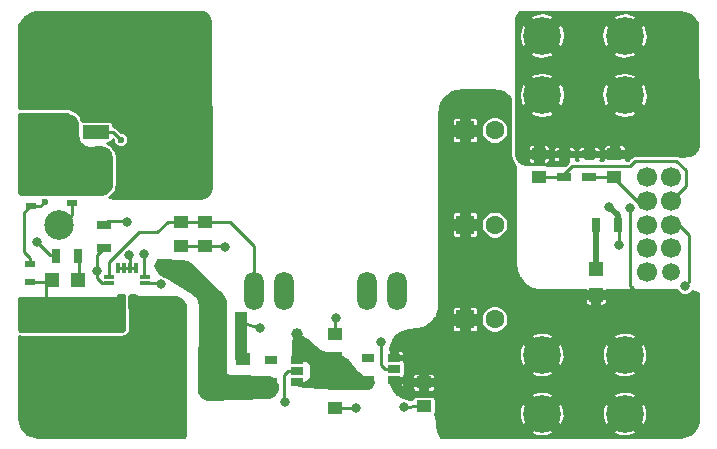
<source format=gtl>
G04 #@! TF.GenerationSoftware,KiCad,Pcbnew,(5.0.0)*
G04 #@! TF.CreationDate,2018-11-03T21:11:35-02:30*
G04 #@! TF.ProjectId,DC-DC Board,44432D444320426F6172642E6B696361,rev?*
G04 #@! TF.SameCoordinates,Original*
G04 #@! TF.FileFunction,Copper,L1,Top,Mixed*
G04 #@! TF.FilePolarity,Positive*
%FSLAX46Y46*%
G04 Gerber Fmt 4.6, Leading zero omitted, Abs format (unit mm)*
G04 Created by KiCad (PCBNEW (5.0.0)) date 11/03/18 21:11:35*
%MOMM*%
%LPD*%
G01*
G04 APERTURE LIST*
G04 #@! TA.AperFunction,ComponentPad*
%ADD10O,1.638300X3.276600*%
G04 #@! TD*
G04 #@! TA.AperFunction,ComponentPad*
%ADD11C,1.500000*%
G04 #@! TD*
G04 #@! TA.AperFunction,ComponentPad*
%ADD12C,1.700000*%
G04 #@! TD*
G04 #@! TA.AperFunction,ComponentPad*
%ADD13C,3.500000*%
G04 #@! TD*
G04 #@! TA.AperFunction,ComponentPad*
%ADD14C,2.500000*%
G04 #@! TD*
G04 #@! TA.AperFunction,SMDPad,CuDef*
%ADD15R,1.250000X1.000000*%
G04 #@! TD*
G04 #@! TA.AperFunction,Conductor*
%ADD16C,0.100000*%
G04 #@! TD*
G04 #@! TA.AperFunction,SMDPad,CuDef*
%ADD17C,0.800000*%
G04 #@! TD*
G04 #@! TA.AperFunction,SMDPad,CuDef*
%ADD18R,0.850000X0.300000*%
G04 #@! TD*
G04 #@! TA.AperFunction,SMDPad,CuDef*
%ADD19R,0.300000X0.850000*%
G04 #@! TD*
G04 #@! TA.AperFunction,ComponentPad*
%ADD20C,3.200000*%
G04 #@! TD*
G04 #@! TA.AperFunction,ComponentPad*
%ADD21R,1.600000X1.600000*%
G04 #@! TD*
G04 #@! TA.AperFunction,ComponentPad*
%ADD22C,1.600000*%
G04 #@! TD*
G04 #@! TA.AperFunction,SMDPad,CuDef*
%ADD23R,1.200000X1.200000*%
G04 #@! TD*
G04 #@! TA.AperFunction,SMDPad,CuDef*
%ADD24R,1.060000X0.650000*%
G04 #@! TD*
G04 #@! TA.AperFunction,SMDPad,CuDef*
%ADD25R,0.700000X1.300000*%
G04 #@! TD*
G04 #@! TA.AperFunction,SMDPad,CuDef*
%ADD26R,1.300000X0.700000*%
G04 #@! TD*
G04 #@! TA.AperFunction,BGAPad,CuDef*
%ADD27C,1.000000*%
G04 #@! TD*
G04 #@! TA.AperFunction,SMDPad,CuDef*
%ADD28R,1.000000X1.250000*%
G04 #@! TD*
G04 #@! TA.AperFunction,SMDPad,CuDef*
%ADD29R,0.900000X0.500000*%
G04 #@! TD*
G04 #@! TA.AperFunction,SMDPad,CuDef*
%ADD30R,3.050000X2.750000*%
G04 #@! TD*
G04 #@! TA.AperFunction,SMDPad,CuDef*
%ADD31R,6.400000X5.800000*%
G04 #@! TD*
G04 #@! TA.AperFunction,SMDPad,CuDef*
%ADD32R,2.200000X1.200000*%
G04 #@! TD*
G04 #@! TA.AperFunction,ViaPad*
%ADD33C,0.600000*%
G04 #@! TD*
G04 #@! TA.AperFunction,ViaPad*
%ADD34C,0.800000*%
G04 #@! TD*
G04 #@! TA.AperFunction,Conductor*
%ADD35C,0.250000*%
G04 #@! TD*
G04 #@! TA.AperFunction,Conductor*
%ADD36C,1.000000*%
G04 #@! TD*
G04 #@! TA.AperFunction,Conductor*
%ADD37C,0.500000*%
G04 #@! TD*
G04 #@! TA.AperFunction,Conductor*
%ADD38C,0.254000*%
G04 #@! TD*
G04 APERTURE END LIST*
D10*
G04 #@! TO.P,J6,1*
G04 #@! TO.N,VIOUT*
X91130000Y-55620000D03*
G04 #@! TO.P,J6,2*
G04 #@! TO.N,GND*
X93670000Y-55620000D03*
G04 #@! TD*
D11*
G04 #@! TO.P,U1,15*
G04 #@! TO.N,GND*
X126400000Y-54000000D03*
D12*
G04 #@! TO.P,U1,14*
G04 #@! TO.N,Net-(U1-Pad14)*
X124400000Y-54000000D03*
G04 #@! TO.P,U1,12*
G04 #@! TO.N,Net-(U1-Pad12)*
X124400000Y-52000000D03*
G04 #@! TO.P,U1,13*
G04 #@! TO.N,GND*
X126400000Y-52000000D03*
G04 #@! TO.P,U1,10*
G04 #@! TO.N,SCL*
X124400000Y-50000000D03*
G04 #@! TO.P,U1,11*
G04 #@! TO.N,SDA*
X126400000Y-50000000D03*
G04 #@! TO.P,U1,9*
G04 #@! TO.N,Net-(C3-Pad1)*
X126400000Y-48000000D03*
G04 #@! TO.P,U1,8*
G04 #@! TO.N,Net-(C4-Pad1)*
X124400000Y-48000000D03*
G04 #@! TO.P,U1,7*
G04 #@! TO.N,GND*
X126400000Y-46000000D03*
G04 #@! TO.P,U1,6*
G04 #@! TO.N,+12V*
X124400000Y-46000000D03*
D13*
G04 #@! TO.P,U1,16*
X125400000Y-57620000D03*
G04 #@! TO.P,U1,5*
G04 #@! TO.N,GND*
X125400000Y-42380000D03*
D14*
G04 #@! TO.P,U1,1*
G04 #@! TO.N,Net-(D1-Pad2)*
X74600000Y-57620000D03*
G04 #@! TO.P,U1,2*
G04 #@! TO.N,Net-(R9-Pad1)*
X74600000Y-50000000D03*
G04 #@! TO.P,U1,4*
G04 #@! TO.N,Earth*
X74600000Y-42380000D03*
G04 #@! TD*
D15*
G04 #@! TO.P,C4,1*
G04 #@! TO.N,Net-(C4-Pad1)*
X121650000Y-46000000D03*
G04 #@! TO.P,C4,2*
G04 #@! TO.N,GND*
X121650000Y-44000000D03*
G04 #@! TD*
D16*
G04 #@! TO.N,/+48V*
G04 #@! TO.C,U2*
G36*
X81191762Y-55915578D02*
X81203411Y-55917306D01*
X81214834Y-55920167D01*
X81225922Y-55924134D01*
X81236568Y-55929169D01*
X81246668Y-55935224D01*
X81256127Y-55942239D01*
X81264853Y-55950147D01*
X81272761Y-55958873D01*
X81279776Y-55968332D01*
X81285831Y-55978432D01*
X81290866Y-55989078D01*
X81294833Y-56000166D01*
X81297694Y-56011589D01*
X81299422Y-56023238D01*
X81300000Y-56035000D01*
X81300000Y-57065000D01*
X81299422Y-57076762D01*
X81297694Y-57088411D01*
X81294833Y-57099834D01*
X81290866Y-57110922D01*
X81285831Y-57121568D01*
X81279776Y-57131668D01*
X81272761Y-57141127D01*
X81264853Y-57149853D01*
X81256127Y-57157761D01*
X81246668Y-57164776D01*
X81236568Y-57170831D01*
X81225922Y-57175866D01*
X81214834Y-57179833D01*
X81203411Y-57182694D01*
X81191762Y-57184422D01*
X81180000Y-57185000D01*
X80620000Y-57185000D01*
X80608238Y-57184422D01*
X80596589Y-57182694D01*
X80585166Y-57179833D01*
X80574078Y-57175866D01*
X80563432Y-57170831D01*
X80553332Y-57164776D01*
X80543873Y-57157761D01*
X80535147Y-57149853D01*
X80527239Y-57141127D01*
X80520224Y-57131668D01*
X80514169Y-57121568D01*
X80509134Y-57110922D01*
X80505167Y-57099834D01*
X80502306Y-57088411D01*
X80500578Y-57076762D01*
X80500000Y-57065000D01*
X80500000Y-56035000D01*
X80500578Y-56023238D01*
X80502306Y-56011589D01*
X80505167Y-56000166D01*
X80509134Y-55989078D01*
X80514169Y-55978432D01*
X80520224Y-55968332D01*
X80527239Y-55958873D01*
X80535147Y-55950147D01*
X80543873Y-55942239D01*
X80553332Y-55935224D01*
X80563432Y-55929169D01*
X80574078Y-55924134D01*
X80585166Y-55920167D01*
X80596589Y-55917306D01*
X80608238Y-55915578D01*
X80620000Y-55915000D01*
X81180000Y-55915000D01*
X81191762Y-55915578D01*
X81191762Y-55915578D01*
G37*
D17*
G04 #@! TD*
G04 #@! TO.P,U2,3*
G04 #@! TO.N,/+48V*
X80900000Y-56550000D03*
D16*
G04 #@! TO.N,Net-(D1-Pad2)*
G04 #@! TO.C,U2*
G36*
X80191762Y-55915578D02*
X80203411Y-55917306D01*
X80214834Y-55920167D01*
X80225922Y-55924134D01*
X80236568Y-55929169D01*
X80246668Y-55935224D01*
X80256127Y-55942239D01*
X80264853Y-55950147D01*
X80272761Y-55958873D01*
X80279776Y-55968332D01*
X80285831Y-55978432D01*
X80290866Y-55989078D01*
X80294833Y-56000166D01*
X80297694Y-56011589D01*
X80299422Y-56023238D01*
X80300000Y-56035000D01*
X80300000Y-57065000D01*
X80299422Y-57076762D01*
X80297694Y-57088411D01*
X80294833Y-57099834D01*
X80290866Y-57110922D01*
X80285831Y-57121568D01*
X80279776Y-57131668D01*
X80272761Y-57141127D01*
X80264853Y-57149853D01*
X80256127Y-57157761D01*
X80246668Y-57164776D01*
X80236568Y-57170831D01*
X80225922Y-57175866D01*
X80214834Y-57179833D01*
X80203411Y-57182694D01*
X80191762Y-57184422D01*
X80180000Y-57185000D01*
X79620000Y-57185000D01*
X79608238Y-57184422D01*
X79596589Y-57182694D01*
X79585166Y-57179833D01*
X79574078Y-57175866D01*
X79563432Y-57170831D01*
X79553332Y-57164776D01*
X79543873Y-57157761D01*
X79535147Y-57149853D01*
X79527239Y-57141127D01*
X79520224Y-57131668D01*
X79514169Y-57121568D01*
X79509134Y-57110922D01*
X79505167Y-57099834D01*
X79502306Y-57088411D01*
X79500578Y-57076762D01*
X79500000Y-57065000D01*
X79500000Y-56035000D01*
X79500578Y-56023238D01*
X79502306Y-56011589D01*
X79505167Y-56000166D01*
X79509134Y-55989078D01*
X79514169Y-55978432D01*
X79520224Y-55968332D01*
X79527239Y-55958873D01*
X79535147Y-55950147D01*
X79543873Y-55942239D01*
X79553332Y-55935224D01*
X79563432Y-55929169D01*
X79574078Y-55924134D01*
X79585166Y-55920167D01*
X79596589Y-55917306D01*
X79608238Y-55915578D01*
X79620000Y-55915000D01*
X80180000Y-55915000D01*
X80191762Y-55915578D01*
X80191762Y-55915578D01*
G37*
D17*
G04 #@! TD*
G04 #@! TO.P,U2,1*
G04 #@! TO.N,Net-(D1-Pad2)*
X79900000Y-56550000D03*
D18*
G04 #@! TO.P,U2,5*
G04 #@! TO.N,GND*
X81900000Y-54950000D03*
G04 #@! TO.P,U2,6*
G04 #@! TO.N,Net-(R8-Pad2)*
X81900000Y-54450000D03*
D19*
G04 #@! TO.P,U2,7*
G04 #@! TO.N,GND*
X81150000Y-53700000D03*
X79650000Y-53700000D03*
X80650000Y-53700000D03*
X80150000Y-53700000D03*
D18*
G04 #@! TO.P,U2,11*
G04 #@! TO.N,VIOUT*
X78900000Y-54450000D03*
G04 #@! TO.P,U2,12*
G04 #@! TO.N,+3V3*
X78900000Y-54950000D03*
G04 #@! TD*
D20*
G04 #@! TO.P,J1,1*
G04 #@! TO.N,Net-(J1-Pad1)*
X76495000Y-34000000D03*
X83505000Y-34000000D03*
X83505000Y-39000000D03*
X76495000Y-39000000D03*
G04 #@! TD*
G04 #@! TO.P,J2,1*
G04 #@! TO.N,/+48V*
X76495000Y-61000000D03*
X83505000Y-61000000D03*
X83505000Y-66000000D03*
X76495000Y-66000000D03*
G04 #@! TD*
G04 #@! TO.P,J3,1*
G04 #@! TO.N,GND*
X115495000Y-34000000D03*
X122505000Y-34000000D03*
X122505000Y-39000000D03*
X115495000Y-39000000D03*
G04 #@! TD*
G04 #@! TO.P,J4,1*
G04 #@! TO.N,+12V*
X115495000Y-61000000D03*
X122505000Y-61000000D03*
X122505000Y-66000000D03*
X115495000Y-66000000D03*
G04 #@! TD*
D15*
G04 #@! TO.P,C1,1*
G04 #@! TO.N,VIOUT*
X87000000Y-49800000D03*
G04 #@! TO.P,C1,2*
G04 #@! TO.N,GND*
X87000000Y-51800000D03*
G04 #@! TD*
G04 #@! TO.P,C2,1*
G04 #@! TO.N,VIOUT*
X84950000Y-49800000D03*
G04 #@! TO.P,C2,2*
G04 #@! TO.N,GND*
X84950000Y-51800000D03*
G04 #@! TD*
G04 #@! TO.P,C3,1*
G04 #@! TO.N,Net-(C3-Pad1)*
X115250000Y-46000000D03*
G04 #@! TO.P,C3,2*
G04 #@! TO.N,GND*
X115250000Y-44000000D03*
G04 #@! TD*
G04 #@! TO.P,C5,1*
G04 #@! TO.N,+12V*
X105500000Y-63350000D03*
G04 #@! TO.P,C5,2*
G04 #@! TO.N,GND*
X105500000Y-65350000D03*
G04 #@! TD*
D21*
G04 #@! TO.P,C6,1*
G04 #@! TO.N,+12V*
X109000000Y-58000000D03*
D22*
G04 #@! TO.P,C6,2*
G04 #@! TO.N,GND*
X111500000Y-58000000D03*
G04 #@! TD*
D15*
G04 #@! TO.P,C7,1*
G04 #@! TO.N,/5V*
X98000000Y-63500000D03*
G04 #@! TO.P,C7,2*
G04 #@! TO.N,GND*
X98000000Y-65500000D03*
G04 #@! TD*
D21*
G04 #@! TO.P,C8,1*
G04 #@! TO.N,+12V*
X109000000Y-42000000D03*
D22*
G04 #@! TO.P,C8,2*
G04 #@! TO.N,GND*
X111500000Y-42000000D03*
G04 #@! TD*
D15*
G04 #@! TO.P,C9,1*
G04 #@! TO.N,/5V*
X98000000Y-61300000D03*
G04 #@! TO.P,C9,2*
G04 #@! TO.N,GND*
X98000000Y-59300000D03*
G04 #@! TD*
D21*
G04 #@! TO.P,C10,1*
G04 #@! TO.N,+12V*
X109000000Y-50000000D03*
D22*
G04 #@! TO.P,C10,2*
G04 #@! TO.N,GND*
X111500000Y-50000000D03*
G04 #@! TD*
D15*
G04 #@! TO.P,C11,1*
G04 #@! TO.N,+3V3*
X90200000Y-63400000D03*
G04 #@! TO.P,C11,2*
G04 #@! TO.N,GND*
X90200000Y-61400000D03*
G04 #@! TD*
D23*
G04 #@! TO.P,D1,2*
G04 #@! TO.N,Net-(D1-Pad2)*
X74000000Y-54650000D03*
G04 #@! TO.P,D1,1*
G04 #@! TO.N,Net-(D1-Pad1)*
X76200000Y-54650000D03*
G04 #@! TD*
G04 #@! TO.P,D3,2*
G04 #@! TO.N,+12V*
X120075000Y-55925000D03*
G04 #@! TO.P,D3,1*
G04 #@! TO.N,Net-(D3-Pad1)*
X120075000Y-53725000D03*
G04 #@! TD*
D24*
G04 #@! TO.P,U4,1*
G04 #@! TO.N,/5V*
X94800000Y-63350000D03*
G04 #@! TO.P,U4,2*
G04 #@! TO.N,GND*
X94800000Y-62400000D03*
G04 #@! TO.P,U4,3*
G04 #@! TO.N,/5V*
X94800000Y-61450000D03*
G04 #@! TO.P,U4,4*
G04 #@! TO.N,Net-(U4-Pad4)*
X92600000Y-61450000D03*
G04 #@! TO.P,U4,5*
G04 #@! TO.N,+3V3*
X92600000Y-63350000D03*
G04 #@! TD*
D25*
G04 #@! TO.P,R2,1*
G04 #@! TO.N,Net-(D1-Pad1)*
X76250000Y-52650000D03*
G04 #@! TO.P,R2,2*
G04 #@! TO.N,Earth*
X74350000Y-52650000D03*
G04 #@! TD*
D26*
G04 #@! TO.P,R3,1*
G04 #@! TO.N,Net-(C3-Pad1)*
X117400000Y-45950000D03*
G04 #@! TO.P,R3,2*
G04 #@! TO.N,GND*
X117400000Y-44050000D03*
G04 #@! TD*
G04 #@! TO.P,R4,1*
G04 #@! TO.N,Net-(C4-Pad1)*
X119500000Y-45950000D03*
G04 #@! TO.P,R4,2*
G04 #@! TO.N,GND*
X119500000Y-44050000D03*
G04 #@! TD*
D25*
G04 #@! TO.P,R6,1*
G04 #@! TO.N,Net-(D3-Pad1)*
X120050000Y-50000000D03*
G04 #@! TO.P,R6,2*
G04 #@! TO.N,GND*
X121950000Y-50000000D03*
G04 #@! TD*
D26*
G04 #@! TO.P,R8,1*
G04 #@! TO.N,+3V3*
X78400000Y-51950000D03*
G04 #@! TO.P,R8,2*
G04 #@! TO.N,Net-(R8-Pad2)*
X78400000Y-50050000D03*
G04 #@! TD*
D24*
G04 #@! TO.P,U3,1*
G04 #@! TO.N,+12V*
X103000000Y-63150000D03*
G04 #@! TO.P,U3,2*
G04 #@! TO.N,GND*
X103000000Y-62200000D03*
G04 #@! TO.P,U3,3*
G04 #@! TO.N,+12V*
X103000000Y-61250000D03*
G04 #@! TO.P,U3,4*
G04 #@! TO.N,Net-(U3-Pad4)*
X100800000Y-61250000D03*
G04 #@! TO.P,U3,5*
G04 #@! TO.N,/5V*
X100800000Y-63150000D03*
G04 #@! TD*
D27*
G04 #@! TO.P,TP2,1*
G04 #@! TO.N,/5V*
X94800000Y-59250000D03*
G04 #@! TD*
D28*
G04 #@! TO.P,C12,1*
G04 #@! TO.N,+3V3*
X88000000Y-59800000D03*
G04 #@! TO.P,C12,2*
G04 #@! TO.N,GND*
X90000000Y-59800000D03*
G04 #@! TD*
G04 #@! TO.P,C13,1*
G04 #@! TO.N,+3V3*
X88025000Y-58000000D03*
G04 #@! TO.P,C13,2*
G04 #@! TO.N,GND*
X90025000Y-58000000D03*
G04 #@! TD*
D29*
G04 #@! TO.P,R1,2*
G04 #@! TO.N,Net-(Q1-Pad1)*
X72200000Y-53350000D03*
G04 #@! TO.P,R1,1*
G04 #@! TO.N,Net-(D1-Pad2)*
X72200000Y-54850000D03*
G04 #@! TD*
G04 #@! TO.P,R7,1*
G04 #@! TO.N,Net-(Q1-Pad1)*
X72250000Y-48400000D03*
G04 #@! TO.P,R7,2*
G04 #@! TO.N,Earth*
X72250000Y-46900000D03*
G04 #@! TD*
G04 #@! TO.P,R9,2*
G04 #@! TO.N,Earth*
X75710000Y-46630000D03*
G04 #@! TO.P,R9,1*
G04 #@! TO.N,Net-(R9-Pad1)*
X75710000Y-48130000D03*
G04 #@! TD*
D30*
G04 #@! TO.P,Q1,2*
G04 #@! TO.N,Net-(J1-Pad1)*
X82375000Y-45925000D03*
X85725000Y-42875000D03*
X82375000Y-42875000D03*
X85725000Y-45925000D03*
D31*
X84050000Y-44400000D03*
D32*
G04 #@! TO.P,Q1,3*
G04 #@! TO.N,Earth*
X77750000Y-46680000D03*
G04 #@! TO.P,Q1,1*
G04 #@! TO.N,Net-(Q1-Pad1)*
X77750000Y-42120000D03*
G04 #@! TD*
D10*
G04 #@! TO.P,J5,2*
G04 #@! TO.N,SCL*
X103270000Y-55620000D03*
G04 #@! TO.P,J5,1*
G04 #@! TO.N,SDA*
X100730000Y-55620000D03*
G04 #@! TD*
D33*
G04 #@! TO.N,/+48V*
X81100000Y-58200000D03*
X82700000Y-57300000D03*
X82800000Y-58700000D03*
X81000000Y-59700000D03*
D34*
X79140000Y-61010000D03*
X80820000Y-62480000D03*
X79200000Y-65400000D03*
X80670000Y-66760000D03*
X84380000Y-63520000D03*
X75250000Y-63510000D03*
X73740000Y-67210000D03*
X72340000Y-65560000D03*
X73970000Y-64630000D03*
X72390000Y-62510000D03*
X73720000Y-60550000D03*
X81800000Y-64000000D03*
X77700000Y-63500000D03*
G04 #@! TO.N,+12V*
X123000000Y-48600008D03*
X127650000Y-66820000D03*
X125260000Y-65370000D03*
X127360000Y-62240000D03*
X125480000Y-61060000D03*
X127850000Y-59710000D03*
X124140000Y-63400000D03*
X120980000Y-63370000D03*
X117300000Y-63450000D03*
X113600000Y-63440000D03*
X118390000Y-67130000D03*
X119400000Y-64940000D03*
X119020000Y-62120000D03*
X120030000Y-60270000D03*
X117860000Y-59040000D03*
X122380000Y-58200000D03*
X116320000Y-56360000D03*
X114520000Y-58240000D03*
X112700000Y-62000000D03*
X110900000Y-63600000D03*
X108500000Y-62200000D03*
X108180000Y-64330000D03*
X111590000Y-65410000D03*
X109190000Y-66650000D03*
X112740000Y-67100000D03*
X119970000Y-57660000D03*
X122500000Y-56340000D03*
X127490000Y-64520000D03*
G04 #@! TO.N,GND*
X122000000Y-51725000D03*
X98050000Y-57900000D03*
X99800000Y-65500002D03*
X93750000Y-65050000D03*
X101900000Y-59900000D03*
X80512653Y-52612653D03*
X83290000Y-55010000D03*
X121200000Y-48500000D03*
X115210000Y-42710000D03*
X116940000Y-41480000D03*
X119430000Y-42510000D03*
X122670000Y-41650000D03*
X119000000Y-39770000D03*
X120040000Y-37890000D03*
X117190000Y-36500000D03*
X114200000Y-36540000D03*
X118410000Y-34480000D03*
X117650000Y-32830000D03*
X119880000Y-32830000D03*
X119900000Y-36000000D03*
X122174000Y-36420000D03*
X125220000Y-38550000D03*
X127840000Y-40640000D03*
X127600000Y-37800000D03*
X125984000Y-35052000D03*
X127762000Y-33528000D03*
X125580000Y-33240000D03*
X88700000Y-51925000D03*
X103825000Y-65475000D03*
X91625000Y-58775000D03*
G04 #@! TO.N,Earth*
X72750000Y-51450000D03*
X77740000Y-44000000D03*
X77760000Y-45200000D03*
X76120000Y-44820000D03*
X74440000Y-45740000D03*
X73630000Y-44330000D03*
X72350001Y-45590000D03*
X71860000Y-43390000D03*
X72500000Y-41420000D03*
G04 #@! TO.N,+3V3*
X77800000Y-53900000D03*
X83100000Y-53500000D03*
G04 #@! TO.N,SDA*
X127600000Y-55200000D03*
G04 #@! TO.N,Net-(R8-Pad2)*
X81800000Y-52500000D03*
X80350000Y-49750000D03*
D33*
G04 #@! TO.N,Net-(D1-Pad2)*
X76900000Y-58500000D03*
X76600000Y-56700000D03*
X77800000Y-57300000D03*
X78600000Y-58500000D03*
G04 #@! TO.N,Net-(Q1-Pad1)*
X79850000Y-42800000D03*
X73430000Y-48060000D03*
D34*
G04 #@! TO.N,Net-(J1-Pad1)*
X81550000Y-46070000D03*
X83990000Y-46110000D03*
X86370000Y-46100000D03*
X86350000Y-44120000D03*
X83990000Y-44090000D03*
X81520000Y-44170000D03*
X86340000Y-42370000D03*
X84050000Y-42340000D03*
X81510000Y-42370000D03*
X72000000Y-38300000D03*
X74930000Y-37084000D03*
X72000000Y-33100000D03*
X74200000Y-32600000D03*
X79830000Y-32790000D03*
X78890000Y-35600000D03*
X81120000Y-37340000D03*
X79500000Y-39890000D03*
X86480000Y-40100000D03*
X85440000Y-36720000D03*
X86500000Y-32900000D03*
X73500000Y-34500000D03*
X80700000Y-34100000D03*
X77300000Y-36600000D03*
X82500000Y-36400000D03*
X86500000Y-35200000D03*
X73500000Y-39300000D03*
X86300000Y-38000000D03*
G04 #@! TD*
D35*
G04 #@! TO.N,+12V*
X105150000Y-63150000D02*
X105500000Y-63500000D01*
X103500000Y-62950000D02*
X103500000Y-64450000D01*
X123000000Y-55220000D02*
X123300000Y-55520000D01*
X123000000Y-48600008D02*
X123000000Y-55220000D01*
X123100000Y-55320000D02*
X123300000Y-55520000D01*
X123300000Y-55520000D02*
X125400000Y-57620000D01*
G04 #@! TO.N,GND*
X124870000Y-42380000D02*
X125400000Y-42380000D01*
X99799998Y-65500000D02*
X99800000Y-65500002D01*
X98000000Y-65500000D02*
X99799998Y-65500000D01*
X98000000Y-57950000D02*
X98100000Y-57850000D01*
X98000000Y-59300000D02*
X98000000Y-57950000D01*
X94020000Y-62400000D02*
X93700000Y-62720000D01*
X94800000Y-62400000D02*
X94020000Y-62400000D01*
X93700000Y-62720000D02*
X93700000Y-65000000D01*
X93700000Y-65000000D02*
X93750000Y-65050000D01*
X90200000Y-59600000D02*
X90000000Y-59400000D01*
X90050000Y-59350000D02*
X90000000Y-59400000D01*
X102220000Y-62200000D02*
X101900000Y-61880000D01*
X103000000Y-62200000D02*
X102220000Y-62200000D01*
X101900000Y-61880000D02*
X101900000Y-59900000D01*
D36*
X90075000Y-61275000D02*
X90075000Y-59525000D01*
X90200000Y-61400000D02*
X90075000Y-61275000D01*
D35*
X79650000Y-53700000D02*
X80150000Y-53700000D01*
X80150000Y-53700000D02*
X80650000Y-53700000D01*
X81150000Y-53700000D02*
X80650000Y-53700000D01*
X80650000Y-53700000D02*
X80650000Y-52750000D01*
X80650000Y-52750000D02*
X80512653Y-52612653D01*
X121975000Y-49775000D02*
X121975000Y-49725000D01*
D37*
X121225000Y-48500000D02*
X121200000Y-48500000D01*
X121950000Y-49725000D02*
X121950000Y-49225000D01*
X121950000Y-49225000D02*
X121225000Y-48500000D01*
D35*
X84950000Y-51800000D02*
X87000000Y-51800000D01*
X81900000Y-54950000D02*
X83100000Y-54950000D01*
X87000000Y-51800000D02*
X88575000Y-51800000D01*
X88575000Y-51800000D02*
X88700000Y-51925000D01*
D36*
X90000000Y-59300000D02*
X90050000Y-59350000D01*
X90025000Y-58175000D02*
X90000000Y-59300000D01*
D35*
X105050000Y-65350000D02*
X105500000Y-65350000D01*
X103825000Y-65475000D02*
X105050000Y-65350000D01*
X89925000Y-58225000D02*
X91625000Y-58775000D01*
X122000000Y-50050000D02*
X121950000Y-50000000D01*
X122000000Y-51725000D02*
X122000000Y-50050000D01*
G04 #@! TO.N,Earth*
X74350000Y-52600000D02*
X73900000Y-52600000D01*
X73900000Y-52600000D02*
X72750000Y-51450000D01*
G04 #@! TO.N,VIOUT*
X84975000Y-49775000D02*
X84950000Y-49800000D01*
X83825000Y-49775000D02*
X84975000Y-49775000D01*
X82950000Y-50650000D02*
X83825000Y-49775000D01*
X81400000Y-50650000D02*
X82950000Y-50650000D01*
X78900000Y-54450000D02*
X78900000Y-53150000D01*
X78900000Y-53150000D02*
X81400000Y-50650000D01*
X84950000Y-49800000D02*
X87000000Y-49800000D01*
X89129150Y-49800000D02*
X91130000Y-51800850D01*
X87000000Y-49800000D02*
X89129150Y-49800000D01*
X91130000Y-55620000D02*
X91130000Y-52325000D01*
X91130000Y-51800850D02*
X91130000Y-52325000D01*
X91130000Y-52325000D02*
X91130000Y-52620000D01*
G04 #@! TO.N,Net-(C3-Pad1)*
X117350000Y-46000000D02*
X117400000Y-45950000D01*
X115250000Y-46000000D02*
X117350000Y-46000000D01*
X117400000Y-45700000D02*
X117400000Y-45950000D01*
X127700000Y-46700000D02*
X127700000Y-45404000D01*
X126400000Y-48000000D02*
X127700000Y-46700000D01*
X127700000Y-45404000D02*
X126896000Y-44600000D01*
X118100000Y-45000000D02*
X117400000Y-45700000D01*
X126896000Y-44600000D02*
X123400000Y-44600000D01*
X123400000Y-44600000D02*
X123000000Y-45000000D01*
X123000000Y-45000000D02*
X118100000Y-45000000D01*
G04 #@! TO.N,Net-(C4-Pad1)*
X121600000Y-45950000D02*
X121650000Y-46000000D01*
X119500000Y-45950000D02*
X121600000Y-45950000D01*
X121650000Y-46050000D02*
X121650000Y-46000000D01*
X124400000Y-48000000D02*
X123600000Y-48000000D01*
X123600000Y-48000000D02*
X121650000Y-46050000D01*
G04 #@! TO.N,+3V3*
X90250000Y-63350000D02*
X90200000Y-63400000D01*
X88050000Y-59350000D02*
X88000000Y-59400000D01*
X90200000Y-63400000D02*
X90075000Y-63400000D01*
X78225000Y-54950000D02*
X77800000Y-54525000D01*
X78900000Y-54950000D02*
X78225000Y-54950000D01*
X77800000Y-54525000D02*
X77800000Y-53900000D01*
X77800000Y-52550000D02*
X78400000Y-51950000D01*
X77800000Y-53900000D02*
X77800000Y-52550000D01*
G04 #@! TO.N,Net-(D1-Pad1)*
X76350000Y-52850000D02*
X76400000Y-52800000D01*
X76350000Y-54100000D02*
X76350000Y-52850000D01*
X75750000Y-54450000D02*
X76000000Y-54450000D01*
X76000000Y-54450000D02*
X76350000Y-54100000D01*
G04 #@! TO.N,Net-(D3-Pad1)*
X120050000Y-53225000D02*
X120475000Y-53650000D01*
D37*
X120050000Y-50000000D02*
X120050000Y-53225000D01*
D35*
G04 #@! TO.N,SDA*
X128000000Y-54800000D02*
X127600000Y-55200000D01*
X128000000Y-50900000D02*
X128000000Y-54800000D01*
X126400000Y-50000000D02*
X127100000Y-50000000D01*
X127100000Y-50000000D02*
X128000000Y-50900000D01*
G04 #@! TO.N,Net-(R8-Pad2)*
X81900000Y-54450000D02*
X82175000Y-54450000D01*
X81800000Y-54350000D02*
X81900000Y-54450000D01*
X81800000Y-52500000D02*
X81800000Y-54350000D01*
X80300000Y-49700000D02*
X80350000Y-49750000D01*
X78400000Y-50050000D02*
X78750000Y-49700000D01*
X78750000Y-49700000D02*
X80300000Y-49700000D01*
G04 #@! TO.N,Net-(D1-Pad2)*
X74600000Y-57620000D02*
X74600000Y-57400000D01*
X73550000Y-56350000D02*
X73550000Y-54450000D01*
X74600000Y-57400000D02*
X73550000Y-56350000D01*
X73800000Y-54850000D02*
X74000000Y-54650000D01*
X72200000Y-54850000D02*
X73800000Y-54850000D01*
G04 #@! TO.N,Net-(Q1-Pad1)*
X71700000Y-48950000D02*
X72250000Y-48400000D01*
X71700000Y-52350000D02*
X71700000Y-48950000D01*
X72200000Y-53350000D02*
X72200000Y-52850000D01*
X72200000Y-52850000D02*
X71700000Y-52350000D01*
X77750000Y-42120000D02*
X79170000Y-42120000D01*
X79170000Y-42120000D02*
X79850000Y-42800000D01*
X73090000Y-48400000D02*
X73130001Y-48359999D01*
X73130001Y-48359999D02*
X73430000Y-48060000D01*
X72250000Y-48400000D02*
X73090000Y-48400000D01*
G04 #@! TO.N,Net-(R9-Pad1)*
X74600000Y-50000000D02*
X74890000Y-50000000D01*
X75710000Y-49180000D02*
X75710000Y-48130000D01*
X74890000Y-50000000D02*
X75710000Y-49180000D01*
G04 #@! TD*
D38*
G04 #@! TO.N,GND*
G36*
X127633178Y-32103647D02*
X128031533Y-32284769D01*
X128363041Y-32570415D01*
X128601054Y-32937623D01*
X128681512Y-33206656D01*
X128748000Y-42046257D01*
X128748000Y-43221118D01*
X128663118Y-43590629D01*
X128406436Y-43900089D01*
X128023956Y-44067105D01*
X127219201Y-44212207D01*
X127091870Y-44127127D01*
X126945439Y-44098000D01*
X126945434Y-44098000D01*
X126896000Y-44088167D01*
X126846566Y-44098000D01*
X123449433Y-44098000D01*
X123399999Y-44088167D01*
X123350565Y-44098000D01*
X123350561Y-44098000D01*
X123204130Y-44127127D01*
X123204129Y-44127128D01*
X123204128Y-44127128D01*
X123109046Y-44190660D01*
X123038079Y-44238079D01*
X123010074Y-44279991D01*
X122792066Y-44498000D01*
X122602000Y-44498000D01*
X122602000Y-44331750D01*
X122520250Y-44250000D01*
X121962500Y-44250000D01*
X121962500Y-44393000D01*
X121337500Y-44393000D01*
X121337500Y-44250000D01*
X120779750Y-44250000D01*
X120698000Y-44331750D01*
X120698000Y-44498000D01*
X120463349Y-44498000D01*
X120477000Y-44465044D01*
X120477000Y-44306750D01*
X120395250Y-44225000D01*
X119825000Y-44225000D01*
X119825000Y-44400000D01*
X119175000Y-44400000D01*
X119175000Y-44225000D01*
X118604750Y-44225000D01*
X118523000Y-44306750D01*
X118523000Y-44465044D01*
X118536651Y-44498000D01*
X118363349Y-44498000D01*
X118377000Y-44465044D01*
X118377000Y-44306750D01*
X118295250Y-44225000D01*
X117725000Y-44225000D01*
X117725000Y-44645250D01*
X117729968Y-44650218D01*
X117710075Y-44679991D01*
X117454825Y-44935241D01*
X114198132Y-44887591D01*
X113856869Y-44815223D01*
X113578915Y-44626029D01*
X113393387Y-44345614D01*
X113390637Y-44331750D01*
X114298000Y-44331750D01*
X114298000Y-44565044D01*
X114347783Y-44685230D01*
X114439769Y-44777217D01*
X114559955Y-44827000D01*
X114855750Y-44827000D01*
X114937500Y-44745250D01*
X114937500Y-44250000D01*
X115562500Y-44250000D01*
X115562500Y-44745250D01*
X115644250Y-44827000D01*
X115940045Y-44827000D01*
X116060231Y-44777217D01*
X116152217Y-44685230D01*
X116202000Y-44565044D01*
X116202000Y-44331750D01*
X116177000Y-44306750D01*
X116423000Y-44306750D01*
X116423000Y-44465044D01*
X116472783Y-44585230D01*
X116564769Y-44677217D01*
X116684955Y-44727000D01*
X116993250Y-44727000D01*
X117075000Y-44645250D01*
X117075000Y-44225000D01*
X116504750Y-44225000D01*
X116423000Y-44306750D01*
X116177000Y-44306750D01*
X116120250Y-44250000D01*
X115562500Y-44250000D01*
X114937500Y-44250000D01*
X114379750Y-44250000D01*
X114298000Y-44331750D01*
X113390637Y-44331750D01*
X113325507Y-44003430D01*
X113324656Y-43434956D01*
X114298000Y-43434956D01*
X114298000Y-43668250D01*
X114379750Y-43750000D01*
X114937500Y-43750000D01*
X114937500Y-43254750D01*
X115562500Y-43254750D01*
X115562500Y-43750000D01*
X116120250Y-43750000D01*
X116202000Y-43668250D01*
X116202000Y-43634956D01*
X116423000Y-43634956D01*
X116423000Y-43793250D01*
X116504750Y-43875000D01*
X117075000Y-43875000D01*
X117075000Y-43454750D01*
X117725000Y-43454750D01*
X117725000Y-43875000D01*
X118295250Y-43875000D01*
X118377000Y-43793250D01*
X118377000Y-43634956D01*
X118523000Y-43634956D01*
X118523000Y-43793250D01*
X118604750Y-43875000D01*
X119175000Y-43875000D01*
X119175000Y-43454750D01*
X119825000Y-43454750D01*
X119825000Y-43875000D01*
X120395250Y-43875000D01*
X120477000Y-43793250D01*
X120477000Y-43634956D01*
X120427217Y-43514770D01*
X120347404Y-43434956D01*
X120698000Y-43434956D01*
X120698000Y-43668250D01*
X120779750Y-43750000D01*
X121337500Y-43750000D01*
X121337500Y-43254750D01*
X121962500Y-43254750D01*
X121962500Y-43750000D01*
X122520250Y-43750000D01*
X122602000Y-43668250D01*
X122602000Y-43434956D01*
X122552217Y-43314770D01*
X122460231Y-43222783D01*
X122340045Y-43173000D01*
X122044250Y-43173000D01*
X121962500Y-43254750D01*
X121337500Y-43254750D01*
X121255750Y-43173000D01*
X120959955Y-43173000D01*
X120839769Y-43222783D01*
X120747783Y-43314770D01*
X120698000Y-43434956D01*
X120347404Y-43434956D01*
X120335231Y-43422783D01*
X120215045Y-43373000D01*
X119906750Y-43373000D01*
X119825000Y-43454750D01*
X119175000Y-43454750D01*
X119093250Y-43373000D01*
X118784955Y-43373000D01*
X118664769Y-43422783D01*
X118572783Y-43514770D01*
X118523000Y-43634956D01*
X118377000Y-43634956D01*
X118327217Y-43514770D01*
X118235231Y-43422783D01*
X118115045Y-43373000D01*
X117806750Y-43373000D01*
X117725000Y-43454750D01*
X117075000Y-43454750D01*
X116993250Y-43373000D01*
X116684955Y-43373000D01*
X116564769Y-43422783D01*
X116472783Y-43514770D01*
X116423000Y-43634956D01*
X116202000Y-43634956D01*
X116202000Y-43434956D01*
X116152217Y-43314770D01*
X116060231Y-43222783D01*
X115940045Y-43173000D01*
X115644250Y-43173000D01*
X115562500Y-43254750D01*
X114937500Y-43254750D01*
X114855750Y-43173000D01*
X114559955Y-43173000D01*
X114439769Y-43222783D01*
X114347783Y-43314770D01*
X114298000Y-43434956D01*
X113324656Y-43434956D01*
X113320363Y-40568850D01*
X114453652Y-40568850D01*
X114662914Y-40779854D01*
X115407373Y-40962796D01*
X116165173Y-40846920D01*
X116327086Y-40779854D01*
X116536348Y-40568850D01*
X121463652Y-40568850D01*
X121672914Y-40779854D01*
X122417373Y-40962796D01*
X123175173Y-40846920D01*
X123337086Y-40779854D01*
X123546348Y-40568850D01*
X122505000Y-39527502D01*
X121463652Y-40568850D01*
X116536348Y-40568850D01*
X115495000Y-39527502D01*
X114453652Y-40568850D01*
X113320363Y-40568850D01*
X113317881Y-38912373D01*
X113532204Y-38912373D01*
X113648080Y-39670173D01*
X113715146Y-39832086D01*
X113926150Y-40041348D01*
X114967498Y-39000000D01*
X116022502Y-39000000D01*
X117063850Y-40041348D01*
X117274854Y-39832086D01*
X117457796Y-39087627D01*
X117430998Y-38912373D01*
X120542204Y-38912373D01*
X120658080Y-39670173D01*
X120725146Y-39832086D01*
X120936150Y-40041348D01*
X121977498Y-39000000D01*
X123032502Y-39000000D01*
X124073850Y-40041348D01*
X124284854Y-39832086D01*
X124467796Y-39087627D01*
X124351920Y-38329827D01*
X124284854Y-38167914D01*
X124073850Y-37958652D01*
X123032502Y-39000000D01*
X121977498Y-39000000D01*
X120936150Y-37958652D01*
X120725146Y-38167914D01*
X120542204Y-38912373D01*
X117430998Y-38912373D01*
X117341920Y-38329827D01*
X117274854Y-38167914D01*
X117063850Y-37958652D01*
X116022502Y-39000000D01*
X114967498Y-39000000D01*
X113926150Y-37958652D01*
X113715146Y-38167914D01*
X113532204Y-38912373D01*
X113317881Y-38912373D01*
X113315662Y-37431150D01*
X114453652Y-37431150D01*
X115495000Y-38472498D01*
X116536348Y-37431150D01*
X121463652Y-37431150D01*
X122505000Y-38472498D01*
X123546348Y-37431150D01*
X123337086Y-37220146D01*
X122592627Y-37037204D01*
X121834827Y-37153080D01*
X121672914Y-37220146D01*
X121463652Y-37431150D01*
X116536348Y-37431150D01*
X116327086Y-37220146D01*
X115582627Y-37037204D01*
X114824827Y-37153080D01*
X114662914Y-37220146D01*
X114453652Y-37431150D01*
X113315662Y-37431150D01*
X113312872Y-35568850D01*
X114453652Y-35568850D01*
X114662914Y-35779854D01*
X115407373Y-35962796D01*
X116165173Y-35846920D01*
X116327086Y-35779854D01*
X116536348Y-35568850D01*
X121463652Y-35568850D01*
X121672914Y-35779854D01*
X122417373Y-35962796D01*
X123175173Y-35846920D01*
X123337086Y-35779854D01*
X123546348Y-35568850D01*
X122505000Y-34527502D01*
X121463652Y-35568850D01*
X116536348Y-35568850D01*
X115495000Y-34527502D01*
X114453652Y-35568850D01*
X113312872Y-35568850D01*
X113310390Y-33912373D01*
X113532204Y-33912373D01*
X113648080Y-34670173D01*
X113715146Y-34832086D01*
X113926150Y-35041348D01*
X114967498Y-34000000D01*
X116022502Y-34000000D01*
X117063850Y-35041348D01*
X117274854Y-34832086D01*
X117457796Y-34087627D01*
X117430998Y-33912373D01*
X120542204Y-33912373D01*
X120658080Y-34670173D01*
X120725146Y-34832086D01*
X120936150Y-35041348D01*
X121977498Y-34000000D01*
X123032502Y-34000000D01*
X124073850Y-35041348D01*
X124284854Y-34832086D01*
X124467796Y-34087627D01*
X124351920Y-33329827D01*
X124284854Y-33167914D01*
X124073850Y-32958652D01*
X123032502Y-34000000D01*
X121977498Y-34000000D01*
X120936150Y-32958652D01*
X120725146Y-33167914D01*
X120542204Y-33912373D01*
X117430998Y-33912373D01*
X117341920Y-33329827D01*
X117274854Y-33167914D01*
X117063850Y-32958652D01*
X116022502Y-34000000D01*
X114967498Y-34000000D01*
X113926150Y-32958652D01*
X113715146Y-33167914D01*
X113532204Y-33912373D01*
X113310390Y-33912373D01*
X113308531Y-32671630D01*
X113356278Y-32431150D01*
X114453652Y-32431150D01*
X115495000Y-33472498D01*
X116536348Y-32431150D01*
X121463652Y-32431150D01*
X122505000Y-33472498D01*
X123546348Y-32431150D01*
X123337086Y-32220146D01*
X122592627Y-32037204D01*
X121834827Y-32153080D01*
X121672914Y-32220146D01*
X121463652Y-32431150D01*
X116536348Y-32431150D01*
X116327086Y-32220146D01*
X115582627Y-32037204D01*
X114824827Y-32153080D01*
X114662914Y-32220146D01*
X114453652Y-32431150D01*
X113356278Y-32431150D01*
X113377557Y-32323980D01*
X113567899Y-32040313D01*
X113572903Y-32037000D01*
X127167798Y-32037000D01*
X127633178Y-32103647D01*
X127633178Y-32103647D01*
G37*
X127633178Y-32103647D02*
X128031533Y-32284769D01*
X128363041Y-32570415D01*
X128601054Y-32937623D01*
X128681512Y-33206656D01*
X128748000Y-42046257D01*
X128748000Y-43221118D01*
X128663118Y-43590629D01*
X128406436Y-43900089D01*
X128023956Y-44067105D01*
X127219201Y-44212207D01*
X127091870Y-44127127D01*
X126945439Y-44098000D01*
X126945434Y-44098000D01*
X126896000Y-44088167D01*
X126846566Y-44098000D01*
X123449433Y-44098000D01*
X123399999Y-44088167D01*
X123350565Y-44098000D01*
X123350561Y-44098000D01*
X123204130Y-44127127D01*
X123204129Y-44127128D01*
X123204128Y-44127128D01*
X123109046Y-44190660D01*
X123038079Y-44238079D01*
X123010074Y-44279991D01*
X122792066Y-44498000D01*
X122602000Y-44498000D01*
X122602000Y-44331750D01*
X122520250Y-44250000D01*
X121962500Y-44250000D01*
X121962500Y-44393000D01*
X121337500Y-44393000D01*
X121337500Y-44250000D01*
X120779750Y-44250000D01*
X120698000Y-44331750D01*
X120698000Y-44498000D01*
X120463349Y-44498000D01*
X120477000Y-44465044D01*
X120477000Y-44306750D01*
X120395250Y-44225000D01*
X119825000Y-44225000D01*
X119825000Y-44400000D01*
X119175000Y-44400000D01*
X119175000Y-44225000D01*
X118604750Y-44225000D01*
X118523000Y-44306750D01*
X118523000Y-44465044D01*
X118536651Y-44498000D01*
X118363349Y-44498000D01*
X118377000Y-44465044D01*
X118377000Y-44306750D01*
X118295250Y-44225000D01*
X117725000Y-44225000D01*
X117725000Y-44645250D01*
X117729968Y-44650218D01*
X117710075Y-44679991D01*
X117454825Y-44935241D01*
X114198132Y-44887591D01*
X113856869Y-44815223D01*
X113578915Y-44626029D01*
X113393387Y-44345614D01*
X113390637Y-44331750D01*
X114298000Y-44331750D01*
X114298000Y-44565044D01*
X114347783Y-44685230D01*
X114439769Y-44777217D01*
X114559955Y-44827000D01*
X114855750Y-44827000D01*
X114937500Y-44745250D01*
X114937500Y-44250000D01*
X115562500Y-44250000D01*
X115562500Y-44745250D01*
X115644250Y-44827000D01*
X115940045Y-44827000D01*
X116060231Y-44777217D01*
X116152217Y-44685230D01*
X116202000Y-44565044D01*
X116202000Y-44331750D01*
X116177000Y-44306750D01*
X116423000Y-44306750D01*
X116423000Y-44465044D01*
X116472783Y-44585230D01*
X116564769Y-44677217D01*
X116684955Y-44727000D01*
X116993250Y-44727000D01*
X117075000Y-44645250D01*
X117075000Y-44225000D01*
X116504750Y-44225000D01*
X116423000Y-44306750D01*
X116177000Y-44306750D01*
X116120250Y-44250000D01*
X115562500Y-44250000D01*
X114937500Y-44250000D01*
X114379750Y-44250000D01*
X114298000Y-44331750D01*
X113390637Y-44331750D01*
X113325507Y-44003430D01*
X113324656Y-43434956D01*
X114298000Y-43434956D01*
X114298000Y-43668250D01*
X114379750Y-43750000D01*
X114937500Y-43750000D01*
X114937500Y-43254750D01*
X115562500Y-43254750D01*
X115562500Y-43750000D01*
X116120250Y-43750000D01*
X116202000Y-43668250D01*
X116202000Y-43634956D01*
X116423000Y-43634956D01*
X116423000Y-43793250D01*
X116504750Y-43875000D01*
X117075000Y-43875000D01*
X117075000Y-43454750D01*
X117725000Y-43454750D01*
X117725000Y-43875000D01*
X118295250Y-43875000D01*
X118377000Y-43793250D01*
X118377000Y-43634956D01*
X118523000Y-43634956D01*
X118523000Y-43793250D01*
X118604750Y-43875000D01*
X119175000Y-43875000D01*
X119175000Y-43454750D01*
X119825000Y-43454750D01*
X119825000Y-43875000D01*
X120395250Y-43875000D01*
X120477000Y-43793250D01*
X120477000Y-43634956D01*
X120427217Y-43514770D01*
X120347404Y-43434956D01*
X120698000Y-43434956D01*
X120698000Y-43668250D01*
X120779750Y-43750000D01*
X121337500Y-43750000D01*
X121337500Y-43254750D01*
X121962500Y-43254750D01*
X121962500Y-43750000D01*
X122520250Y-43750000D01*
X122602000Y-43668250D01*
X122602000Y-43434956D01*
X122552217Y-43314770D01*
X122460231Y-43222783D01*
X122340045Y-43173000D01*
X122044250Y-43173000D01*
X121962500Y-43254750D01*
X121337500Y-43254750D01*
X121255750Y-43173000D01*
X120959955Y-43173000D01*
X120839769Y-43222783D01*
X120747783Y-43314770D01*
X120698000Y-43434956D01*
X120347404Y-43434956D01*
X120335231Y-43422783D01*
X120215045Y-43373000D01*
X119906750Y-43373000D01*
X119825000Y-43454750D01*
X119175000Y-43454750D01*
X119093250Y-43373000D01*
X118784955Y-43373000D01*
X118664769Y-43422783D01*
X118572783Y-43514770D01*
X118523000Y-43634956D01*
X118377000Y-43634956D01*
X118327217Y-43514770D01*
X118235231Y-43422783D01*
X118115045Y-43373000D01*
X117806750Y-43373000D01*
X117725000Y-43454750D01*
X117075000Y-43454750D01*
X116993250Y-43373000D01*
X116684955Y-43373000D01*
X116564769Y-43422783D01*
X116472783Y-43514770D01*
X116423000Y-43634956D01*
X116202000Y-43634956D01*
X116202000Y-43434956D01*
X116152217Y-43314770D01*
X116060231Y-43222783D01*
X115940045Y-43173000D01*
X115644250Y-43173000D01*
X115562500Y-43254750D01*
X114937500Y-43254750D01*
X114855750Y-43173000D01*
X114559955Y-43173000D01*
X114439769Y-43222783D01*
X114347783Y-43314770D01*
X114298000Y-43434956D01*
X113324656Y-43434956D01*
X113320363Y-40568850D01*
X114453652Y-40568850D01*
X114662914Y-40779854D01*
X115407373Y-40962796D01*
X116165173Y-40846920D01*
X116327086Y-40779854D01*
X116536348Y-40568850D01*
X121463652Y-40568850D01*
X121672914Y-40779854D01*
X122417373Y-40962796D01*
X123175173Y-40846920D01*
X123337086Y-40779854D01*
X123546348Y-40568850D01*
X122505000Y-39527502D01*
X121463652Y-40568850D01*
X116536348Y-40568850D01*
X115495000Y-39527502D01*
X114453652Y-40568850D01*
X113320363Y-40568850D01*
X113317881Y-38912373D01*
X113532204Y-38912373D01*
X113648080Y-39670173D01*
X113715146Y-39832086D01*
X113926150Y-40041348D01*
X114967498Y-39000000D01*
X116022502Y-39000000D01*
X117063850Y-40041348D01*
X117274854Y-39832086D01*
X117457796Y-39087627D01*
X117430998Y-38912373D01*
X120542204Y-38912373D01*
X120658080Y-39670173D01*
X120725146Y-39832086D01*
X120936150Y-40041348D01*
X121977498Y-39000000D01*
X123032502Y-39000000D01*
X124073850Y-40041348D01*
X124284854Y-39832086D01*
X124467796Y-39087627D01*
X124351920Y-38329827D01*
X124284854Y-38167914D01*
X124073850Y-37958652D01*
X123032502Y-39000000D01*
X121977498Y-39000000D01*
X120936150Y-37958652D01*
X120725146Y-38167914D01*
X120542204Y-38912373D01*
X117430998Y-38912373D01*
X117341920Y-38329827D01*
X117274854Y-38167914D01*
X117063850Y-37958652D01*
X116022502Y-39000000D01*
X114967498Y-39000000D01*
X113926150Y-37958652D01*
X113715146Y-38167914D01*
X113532204Y-38912373D01*
X113317881Y-38912373D01*
X113315662Y-37431150D01*
X114453652Y-37431150D01*
X115495000Y-38472498D01*
X116536348Y-37431150D01*
X121463652Y-37431150D01*
X122505000Y-38472498D01*
X123546348Y-37431150D01*
X123337086Y-37220146D01*
X122592627Y-37037204D01*
X121834827Y-37153080D01*
X121672914Y-37220146D01*
X121463652Y-37431150D01*
X116536348Y-37431150D01*
X116327086Y-37220146D01*
X115582627Y-37037204D01*
X114824827Y-37153080D01*
X114662914Y-37220146D01*
X114453652Y-37431150D01*
X113315662Y-37431150D01*
X113312872Y-35568850D01*
X114453652Y-35568850D01*
X114662914Y-35779854D01*
X115407373Y-35962796D01*
X116165173Y-35846920D01*
X116327086Y-35779854D01*
X116536348Y-35568850D01*
X121463652Y-35568850D01*
X121672914Y-35779854D01*
X122417373Y-35962796D01*
X123175173Y-35846920D01*
X123337086Y-35779854D01*
X123546348Y-35568850D01*
X122505000Y-34527502D01*
X121463652Y-35568850D01*
X116536348Y-35568850D01*
X115495000Y-34527502D01*
X114453652Y-35568850D01*
X113312872Y-35568850D01*
X113310390Y-33912373D01*
X113532204Y-33912373D01*
X113648080Y-34670173D01*
X113715146Y-34832086D01*
X113926150Y-35041348D01*
X114967498Y-34000000D01*
X116022502Y-34000000D01*
X117063850Y-35041348D01*
X117274854Y-34832086D01*
X117457796Y-34087627D01*
X117430998Y-33912373D01*
X120542204Y-33912373D01*
X120658080Y-34670173D01*
X120725146Y-34832086D01*
X120936150Y-35041348D01*
X121977498Y-34000000D01*
X123032502Y-34000000D01*
X124073850Y-35041348D01*
X124284854Y-34832086D01*
X124467796Y-34087627D01*
X124351920Y-33329827D01*
X124284854Y-33167914D01*
X124073850Y-32958652D01*
X123032502Y-34000000D01*
X121977498Y-34000000D01*
X120936150Y-32958652D01*
X120725146Y-33167914D01*
X120542204Y-33912373D01*
X117430998Y-33912373D01*
X117341920Y-33329827D01*
X117274854Y-33167914D01*
X117063850Y-32958652D01*
X116022502Y-34000000D01*
X114967498Y-34000000D01*
X113926150Y-32958652D01*
X113715146Y-33167914D01*
X113532204Y-33912373D01*
X113310390Y-33912373D01*
X113308531Y-32671630D01*
X113356278Y-32431150D01*
X114453652Y-32431150D01*
X115495000Y-33472498D01*
X116536348Y-32431150D01*
X121463652Y-32431150D01*
X122505000Y-33472498D01*
X123546348Y-32431150D01*
X123337086Y-32220146D01*
X122592627Y-32037204D01*
X121834827Y-32153080D01*
X121672914Y-32220146D01*
X121463652Y-32431150D01*
X116536348Y-32431150D01*
X116327086Y-32220146D01*
X115582627Y-32037204D01*
X114824827Y-32153080D01*
X114662914Y-32220146D01*
X114453652Y-32431150D01*
X113356278Y-32431150D01*
X113377557Y-32323980D01*
X113567899Y-32040313D01*
X113572903Y-32037000D01*
X127167798Y-32037000D01*
X127633178Y-32103647D01*
G04 #@! TO.N,/5V*
G36*
X95219775Y-59507511D02*
X95593236Y-59738212D01*
X96292439Y-60373852D01*
X96304610Y-60383622D01*
X96705394Y-60666638D01*
X96732856Y-60681352D01*
X97190485Y-60858275D01*
X97220703Y-60865860D01*
X97707636Y-60926041D01*
X97723214Y-60927000D01*
X97740838Y-60927000D01*
X98206381Y-60994520D01*
X98625154Y-61187639D01*
X98978767Y-61497877D01*
X99878777Y-62552174D01*
X99898699Y-62570964D01*
X100269284Y-62851596D01*
X100318729Y-62874398D01*
X100769937Y-62973425D01*
X100984259Y-63030852D01*
X101119148Y-63165741D01*
X101171936Y-63362750D01*
X101115855Y-63577333D01*
X100970738Y-63727925D01*
X100754351Y-63793122D01*
X98705386Y-63869010D01*
X98498943Y-63865641D01*
X95343272Y-63645478D01*
X94981627Y-63550318D01*
X94738982Y-63372440D01*
X95330000Y-63372440D01*
X95577765Y-63323157D01*
X95787809Y-63182809D01*
X95928157Y-62972765D01*
X95977440Y-62725000D01*
X95977440Y-62075000D01*
X95928157Y-61827235D01*
X95787809Y-61617191D01*
X95577765Y-61476843D01*
X95330000Y-61427560D01*
X94427000Y-61427560D01*
X94427000Y-59816721D01*
X94480852Y-59615741D01*
X94615741Y-59480852D01*
X94805035Y-59430131D01*
X95219775Y-59507511D01*
X95219775Y-59507511D01*
G37*
X95219775Y-59507511D02*
X95593236Y-59738212D01*
X96292439Y-60373852D01*
X96304610Y-60383622D01*
X96705394Y-60666638D01*
X96732856Y-60681352D01*
X97190485Y-60858275D01*
X97220703Y-60865860D01*
X97707636Y-60926041D01*
X97723214Y-60927000D01*
X97740838Y-60927000D01*
X98206381Y-60994520D01*
X98625154Y-61187639D01*
X98978767Y-61497877D01*
X99878777Y-62552174D01*
X99898699Y-62570964D01*
X100269284Y-62851596D01*
X100318729Y-62874398D01*
X100769937Y-62973425D01*
X100984259Y-63030852D01*
X101119148Y-63165741D01*
X101171936Y-63362750D01*
X101115855Y-63577333D01*
X100970738Y-63727925D01*
X100754351Y-63793122D01*
X98705386Y-63869010D01*
X98498943Y-63865641D01*
X95343272Y-63645478D01*
X94981627Y-63550318D01*
X94738982Y-63372440D01*
X95330000Y-63372440D01*
X95577765Y-63323157D01*
X95787809Y-63182809D01*
X95928157Y-62972765D01*
X95977440Y-62725000D01*
X95977440Y-62075000D01*
X95928157Y-61827235D01*
X95787809Y-61617191D01*
X95577765Y-61476843D01*
X95330000Y-61427560D01*
X94427000Y-61427560D01*
X94427000Y-59816721D01*
X94480852Y-59615741D01*
X94615741Y-59480852D01*
X94805035Y-59430131D01*
X95219775Y-59507511D01*
G04 #@! TO.N,Net-(D1-Pad2)*
G36*
X79226193Y-56220940D02*
X79401846Y-56239248D01*
X79564630Y-56289504D01*
X79714538Y-56370436D01*
X79845858Y-56478959D01*
X79953585Y-56610936D01*
X80033610Y-56761336D01*
X80082878Y-56924414D01*
X80100121Y-57100175D01*
X80100121Y-58908270D01*
X80089822Y-58946680D01*
X80073942Y-58962544D01*
X80035517Y-58972805D01*
X71359037Y-58964003D01*
X71256000Y-58953863D01*
X71256000Y-56181882D01*
X71348241Y-56173230D01*
X79226193Y-56220940D01*
X79226193Y-56220940D01*
G37*
X79226193Y-56220940D02*
X79401846Y-56239248D01*
X79564630Y-56289504D01*
X79714538Y-56370436D01*
X79845858Y-56478959D01*
X79953585Y-56610936D01*
X80033610Y-56761336D01*
X80082878Y-56924414D01*
X80100121Y-57100175D01*
X80100121Y-58908270D01*
X80089822Y-58946680D01*
X80073942Y-58962544D01*
X80035517Y-58972805D01*
X71359037Y-58964003D01*
X71256000Y-58953863D01*
X71256000Y-56181882D01*
X71348241Y-56173230D01*
X79226193Y-56220940D01*
G04 #@! TO.N,/+48V*
G36*
X84396097Y-56126221D02*
X84572250Y-56143682D01*
X84735638Y-56193303D01*
X84886224Y-56273795D01*
X85018253Y-56382085D01*
X85126656Y-56514016D01*
X85207283Y-56664534D01*
X85257046Y-56827874D01*
X85274661Y-57004013D01*
X85278783Y-59495078D01*
X85278784Y-59497226D01*
X85273632Y-67694570D01*
X85256163Y-67870893D01*
X85229392Y-67959000D01*
X72822306Y-67959000D01*
X72500526Y-67927449D01*
X72212460Y-67840477D01*
X71946773Y-67699208D01*
X71713583Y-67509022D01*
X71521778Y-67277169D01*
X71378660Y-67012478D01*
X71289678Y-66725025D01*
X71256000Y-66404598D01*
X71256000Y-59464316D01*
X71315427Y-59470165D01*
X71352356Y-59471997D01*
X80051734Y-59480822D01*
X80150418Y-59467924D01*
X80237904Y-59444562D01*
X80408878Y-59346004D01*
X80472941Y-59282006D01*
X80571671Y-59111133D01*
X80595122Y-59023671D01*
X80608121Y-58925000D01*
X80608121Y-57325615D01*
X80644566Y-57257430D01*
X80673181Y-57163100D01*
X80682843Y-57065000D01*
X80682843Y-56601288D01*
X80730566Y-56512057D01*
X80839156Y-56379830D01*
X80971463Y-56271345D01*
X81122407Y-56190768D01*
X81286176Y-56141202D01*
X81462700Y-56123945D01*
X84396097Y-56126221D01*
X84396097Y-56126221D01*
G37*
X84396097Y-56126221D02*
X84572250Y-56143682D01*
X84735638Y-56193303D01*
X84886224Y-56273795D01*
X85018253Y-56382085D01*
X85126656Y-56514016D01*
X85207283Y-56664534D01*
X85257046Y-56827874D01*
X85274661Y-57004013D01*
X85278783Y-59495078D01*
X85278784Y-59497226D01*
X85273632Y-67694570D01*
X85256163Y-67870893D01*
X85229392Y-67959000D01*
X72822306Y-67959000D01*
X72500526Y-67927449D01*
X72212460Y-67840477D01*
X71946773Y-67699208D01*
X71713583Y-67509022D01*
X71521778Y-67277169D01*
X71378660Y-67012478D01*
X71289678Y-66725025D01*
X71256000Y-66404598D01*
X71256000Y-59464316D01*
X71315427Y-59470165D01*
X71352356Y-59471997D01*
X80051734Y-59480822D01*
X80150418Y-59467924D01*
X80237904Y-59444562D01*
X80408878Y-59346004D01*
X80472941Y-59282006D01*
X80571671Y-59111133D01*
X80595122Y-59023671D01*
X80608121Y-58925000D01*
X80608121Y-57325615D01*
X80644566Y-57257430D01*
X80673181Y-57163100D01*
X80682843Y-57065000D01*
X80682843Y-56601288D01*
X80730566Y-56512057D01*
X80839156Y-56379830D01*
X80971463Y-56271345D01*
X81122407Y-56190768D01*
X81286176Y-56141202D01*
X81462700Y-56123945D01*
X84396097Y-56126221D01*
G04 #@! TO.N,Net-(J1-Pad1)*
G36*
X86838083Y-31995235D02*
X87119843Y-32182544D01*
X87308909Y-32463126D01*
X87379272Y-32807043D01*
X87466656Y-46832236D01*
X87399549Y-47179545D01*
X87211266Y-47463772D01*
X86928265Y-47653884D01*
X86581397Y-47723234D01*
X79214404Y-47724924D01*
X78935481Y-47680872D01*
X78891790Y-47658658D01*
X79106919Y-47512821D01*
X79211157Y-47406705D01*
X79426687Y-47076216D01*
X79481765Y-46938040D01*
X79552684Y-46549909D01*
X79558764Y-46475415D01*
X79519942Y-44301368D01*
X79511303Y-44227581D01*
X79427539Y-43844433D01*
X79368248Y-43708984D01*
X79143575Y-43387518D01*
X79036751Y-43285287D01*
X78705726Y-43074950D01*
X78649961Y-43053406D01*
X78850000Y-43053406D01*
X78977589Y-43028027D01*
X79085754Y-42955754D01*
X79158027Y-42847589D01*
X79174674Y-42763899D01*
X79223000Y-42812225D01*
X79223000Y-42924718D01*
X79318455Y-43155167D01*
X79494833Y-43331545D01*
X79725282Y-43427000D01*
X79974718Y-43427000D01*
X80205167Y-43331545D01*
X80381545Y-43155167D01*
X80477000Y-42924718D01*
X80477000Y-42675282D01*
X80381545Y-42444833D01*
X80205167Y-42268455D01*
X79974718Y-42173000D01*
X79862225Y-42173000D01*
X79521093Y-41831869D01*
X79495874Y-41794126D01*
X79346362Y-41694225D01*
X79214518Y-41668000D01*
X79183406Y-41661812D01*
X79183406Y-41520000D01*
X79158027Y-41392411D01*
X79085754Y-41284246D01*
X78977589Y-41211973D01*
X78850000Y-41186594D01*
X76650000Y-41186594D01*
X76559307Y-41204634D01*
X76524208Y-41034940D01*
X76467343Y-40900150D01*
X76250005Y-40578676D01*
X76146111Y-40475681D01*
X75822759Y-40261146D01*
X75687479Y-40205455D01*
X75306805Y-40130164D01*
X75233658Y-40123000D01*
X71353578Y-40123000D01*
X71279863Y-40130277D01*
X71202000Y-40145801D01*
X71202000Y-33613639D01*
X71270167Y-33137646D01*
X71457217Y-32726254D01*
X71752212Y-32383895D01*
X72131437Y-32138094D01*
X72577721Y-32004627D01*
X72814921Y-31987000D01*
X86796509Y-31987000D01*
X86838083Y-31995235D01*
X86838083Y-31995235D01*
G37*
X86838083Y-31995235D02*
X87119843Y-32182544D01*
X87308909Y-32463126D01*
X87379272Y-32807043D01*
X87466656Y-46832236D01*
X87399549Y-47179545D01*
X87211266Y-47463772D01*
X86928265Y-47653884D01*
X86581397Y-47723234D01*
X79214404Y-47724924D01*
X78935481Y-47680872D01*
X78891790Y-47658658D01*
X79106919Y-47512821D01*
X79211157Y-47406705D01*
X79426687Y-47076216D01*
X79481765Y-46938040D01*
X79552684Y-46549909D01*
X79558764Y-46475415D01*
X79519942Y-44301368D01*
X79511303Y-44227581D01*
X79427539Y-43844433D01*
X79368248Y-43708984D01*
X79143575Y-43387518D01*
X79036751Y-43285287D01*
X78705726Y-43074950D01*
X78649961Y-43053406D01*
X78850000Y-43053406D01*
X78977589Y-43028027D01*
X79085754Y-42955754D01*
X79158027Y-42847589D01*
X79174674Y-42763899D01*
X79223000Y-42812225D01*
X79223000Y-42924718D01*
X79318455Y-43155167D01*
X79494833Y-43331545D01*
X79725282Y-43427000D01*
X79974718Y-43427000D01*
X80205167Y-43331545D01*
X80381545Y-43155167D01*
X80477000Y-42924718D01*
X80477000Y-42675282D01*
X80381545Y-42444833D01*
X80205167Y-42268455D01*
X79974718Y-42173000D01*
X79862225Y-42173000D01*
X79521093Y-41831869D01*
X79495874Y-41794126D01*
X79346362Y-41694225D01*
X79214518Y-41668000D01*
X79183406Y-41661812D01*
X79183406Y-41520000D01*
X79158027Y-41392411D01*
X79085754Y-41284246D01*
X78977589Y-41211973D01*
X78850000Y-41186594D01*
X76650000Y-41186594D01*
X76559307Y-41204634D01*
X76524208Y-41034940D01*
X76467343Y-40900150D01*
X76250005Y-40578676D01*
X76146111Y-40475681D01*
X75822759Y-40261146D01*
X75687479Y-40205455D01*
X75306805Y-40130164D01*
X75233658Y-40123000D01*
X71353578Y-40123000D01*
X71279863Y-40130277D01*
X71202000Y-40145801D01*
X71202000Y-33613639D01*
X71270167Y-33137646D01*
X71457217Y-32726254D01*
X71752212Y-32383895D01*
X72131437Y-32138094D01*
X72577721Y-32004627D01*
X72814921Y-31987000D01*
X86796509Y-31987000D01*
X86838083Y-31995235D01*
G04 #@! TO.N,+3V3*
G36*
X85120258Y-53101614D02*
X85276985Y-53126156D01*
X85421714Y-53175882D01*
X85555532Y-53250134D01*
X85678669Y-53350159D01*
X88403169Y-55992100D01*
X88519701Y-56130260D01*
X88603364Y-56283226D01*
X88654939Y-56449779D01*
X88673000Y-56629612D01*
X88673000Y-62400000D01*
X88675440Y-62424776D01*
X88698276Y-62539581D01*
X88705503Y-62563406D01*
X88717239Y-62585363D01*
X88782271Y-62682690D01*
X88798066Y-62701935D01*
X88817310Y-62717729D01*
X88914637Y-62782761D01*
X88936594Y-62794497D01*
X88960419Y-62801724D01*
X89075224Y-62824560D01*
X89100000Y-62827000D01*
X89386010Y-62827000D01*
X89410647Y-62827324D01*
X92240856Y-62901804D01*
X92409150Y-62922581D01*
X92564474Y-62973348D01*
X92707176Y-63052975D01*
X92831942Y-63158497D01*
X92934150Y-63286002D01*
X93009992Y-63430743D01*
X93056656Y-63587350D01*
X93072407Y-63750011D01*
X93056664Y-63912873D01*
X93010016Y-64069714D01*
X92934193Y-64214712D01*
X92831997Y-64342508D01*
X92707213Y-64448366D01*
X92564476Y-64528356D01*
X92409050Y-64579530D01*
X92240598Y-64600755D01*
X87345406Y-64742645D01*
X87163855Y-64729580D01*
X86994786Y-64682159D01*
X86838641Y-64601840D01*
X86701745Y-64491880D01*
X86589644Y-64356734D01*
X86506876Y-64201869D01*
X86456798Y-64033568D01*
X86440877Y-63852243D01*
X86534404Y-56784874D01*
X86533891Y-56771668D01*
X86515031Y-56564696D01*
X86509917Y-56538802D01*
X86448683Y-56340199D01*
X86438328Y-56315921D01*
X86337364Y-56134263D01*
X86322213Y-56112650D01*
X86185880Y-55955786D01*
X86166590Y-55937771D01*
X86000777Y-55812475D01*
X85989833Y-55805068D01*
X83778809Y-54470675D01*
X83753436Y-54445302D01*
X83634364Y-54365741D01*
X83540553Y-54326883D01*
X83259996Y-54157562D01*
X83115205Y-54049032D01*
X82999166Y-53918621D01*
X82911419Y-53767724D01*
X82855471Y-53602383D01*
X82832756Y-53422846D01*
X82832184Y-53400565D01*
X82845811Y-53280511D01*
X82888394Y-53177021D01*
X82957688Y-53089137D01*
X83048390Y-53023588D01*
X83153578Y-52985373D01*
X83274091Y-52976784D01*
X85120258Y-53101614D01*
X85120258Y-53101614D01*
G37*
X85120258Y-53101614D02*
X85276985Y-53126156D01*
X85421714Y-53175882D01*
X85555532Y-53250134D01*
X85678669Y-53350159D01*
X88403169Y-55992100D01*
X88519701Y-56130260D01*
X88603364Y-56283226D01*
X88654939Y-56449779D01*
X88673000Y-56629612D01*
X88673000Y-62400000D01*
X88675440Y-62424776D01*
X88698276Y-62539581D01*
X88705503Y-62563406D01*
X88717239Y-62585363D01*
X88782271Y-62682690D01*
X88798066Y-62701935D01*
X88817310Y-62717729D01*
X88914637Y-62782761D01*
X88936594Y-62794497D01*
X88960419Y-62801724D01*
X89075224Y-62824560D01*
X89100000Y-62827000D01*
X89386010Y-62827000D01*
X89410647Y-62827324D01*
X92240856Y-62901804D01*
X92409150Y-62922581D01*
X92564474Y-62973348D01*
X92707176Y-63052975D01*
X92831942Y-63158497D01*
X92934150Y-63286002D01*
X93009992Y-63430743D01*
X93056656Y-63587350D01*
X93072407Y-63750011D01*
X93056664Y-63912873D01*
X93010016Y-64069714D01*
X92934193Y-64214712D01*
X92831997Y-64342508D01*
X92707213Y-64448366D01*
X92564476Y-64528356D01*
X92409050Y-64579530D01*
X92240598Y-64600755D01*
X87345406Y-64742645D01*
X87163855Y-64729580D01*
X86994786Y-64682159D01*
X86838641Y-64601840D01*
X86701745Y-64491880D01*
X86589644Y-64356734D01*
X86506876Y-64201869D01*
X86456798Y-64033568D01*
X86440877Y-63852243D01*
X86534404Y-56784874D01*
X86533891Y-56771668D01*
X86515031Y-56564696D01*
X86509917Y-56538802D01*
X86448683Y-56340199D01*
X86438328Y-56315921D01*
X86337364Y-56134263D01*
X86322213Y-56112650D01*
X86185880Y-55955786D01*
X86166590Y-55937771D01*
X86000777Y-55812475D01*
X85989833Y-55805068D01*
X83778809Y-54470675D01*
X83753436Y-54445302D01*
X83634364Y-54365741D01*
X83540553Y-54326883D01*
X83259996Y-54157562D01*
X83115205Y-54049032D01*
X82999166Y-53918621D01*
X82911419Y-53767724D01*
X82855471Y-53602383D01*
X82832756Y-53422846D01*
X82832184Y-53400565D01*
X82845811Y-53280511D01*
X82888394Y-53177021D01*
X82957688Y-53089137D01*
X83048390Y-53023588D01*
X83153578Y-52985373D01*
X83274091Y-52976784D01*
X85120258Y-53101614D01*
G04 #@! TO.N,+12V*
G36*
X111666504Y-38646385D02*
X111927593Y-38703181D01*
X112177940Y-38796556D01*
X112412445Y-38924605D01*
X112626338Y-39084724D01*
X112814419Y-39272805D01*
X112821526Y-44016566D01*
X112828732Y-44089358D01*
X112903884Y-44468201D01*
X112959264Y-44602866D01*
X113172376Y-44924973D01*
X113273000Y-45026927D01*
X113273000Y-53400000D01*
X113273324Y-53409060D01*
X113293681Y-53693690D01*
X113296259Y-53711626D01*
X113356916Y-53990461D01*
X113362021Y-54007847D01*
X113461743Y-54275212D01*
X113469271Y-54291695D01*
X113606028Y-54542147D01*
X113615824Y-54557390D01*
X113786832Y-54785829D01*
X113798698Y-54799524D01*
X114000476Y-55001302D01*
X114014171Y-55013168D01*
X114242610Y-55184176D01*
X114257853Y-55193972D01*
X114508305Y-55330729D01*
X114524788Y-55338257D01*
X114792153Y-55437979D01*
X114809539Y-55443084D01*
X115088374Y-55503741D01*
X115106310Y-55506319D01*
X115390940Y-55526676D01*
X115400000Y-55527000D01*
X119148000Y-55527000D01*
X119148000Y-55543250D01*
X119229750Y-55625000D01*
X119775000Y-55625000D01*
X119775000Y-55532000D01*
X120375000Y-55532000D01*
X120375000Y-55625000D01*
X120920250Y-55625000D01*
X121002000Y-55543250D01*
X121002000Y-55527000D01*
X126894428Y-55527000D01*
X126911431Y-55568048D01*
X126996464Y-55695309D01*
X127104691Y-55803536D01*
X127231952Y-55888569D01*
X127373357Y-55947141D01*
X127523472Y-55977000D01*
X127676528Y-55977000D01*
X127826643Y-55947141D01*
X127968048Y-55888569D01*
X128095309Y-55803536D01*
X128203536Y-55695309D01*
X128257612Y-55614378D01*
X128477940Y-55696556D01*
X128712445Y-55824605D01*
X128748001Y-55851222D01*
X128748001Y-66392880D01*
X128716392Y-66715254D01*
X128629194Y-67004071D01*
X128487556Y-67270451D01*
X128296876Y-67504248D01*
X128064417Y-67696554D01*
X127799036Y-67840045D01*
X127510833Y-67929259D01*
X127189807Y-67963000D01*
X106962450Y-67963000D01*
X106924605Y-67912445D01*
X106796556Y-67677940D01*
X106748216Y-67548335D01*
X114474166Y-67548335D01*
X114679937Y-67756423D01*
X115038260Y-67881685D01*
X115414135Y-67934634D01*
X115793117Y-67913236D01*
X116160643Y-67818314D01*
X116310063Y-67756423D01*
X116515834Y-67548335D01*
X121484166Y-67548335D01*
X121689937Y-67756423D01*
X122048260Y-67881685D01*
X122424135Y-67934634D01*
X122803117Y-67913236D01*
X123170643Y-67818314D01*
X123320063Y-67756423D01*
X123525834Y-67548335D01*
X122505000Y-66527502D01*
X121484166Y-67548335D01*
X116515834Y-67548335D01*
X115495000Y-66527502D01*
X114474166Y-67548335D01*
X106748216Y-67548335D01*
X106703181Y-67427593D01*
X106646385Y-67166504D01*
X106606319Y-66606310D01*
X106603741Y-66588374D01*
X106543084Y-66309539D01*
X106537979Y-66292153D01*
X106446803Y-66047700D01*
X106474988Y-65994970D01*
X106496545Y-65923905D01*
X106497014Y-65919135D01*
X113560366Y-65919135D01*
X113581764Y-66298117D01*
X113676686Y-66665643D01*
X113738577Y-66815063D01*
X113946665Y-67020834D01*
X114967498Y-66000000D01*
X116022502Y-66000000D01*
X117043335Y-67020834D01*
X117251423Y-66815063D01*
X117376685Y-66456740D01*
X117429634Y-66080865D01*
X117420503Y-65919135D01*
X120570366Y-65919135D01*
X120591764Y-66298117D01*
X120686686Y-66665643D01*
X120748577Y-66815063D01*
X120956665Y-67020834D01*
X121977498Y-66000000D01*
X123032502Y-66000000D01*
X124053335Y-67020834D01*
X124261423Y-66815063D01*
X124386685Y-66456740D01*
X124439634Y-66080865D01*
X124418236Y-65701883D01*
X124323314Y-65334357D01*
X124261423Y-65184937D01*
X124053335Y-64979166D01*
X123032502Y-66000000D01*
X121977498Y-66000000D01*
X120956665Y-64979166D01*
X120748577Y-65184937D01*
X120623315Y-65543260D01*
X120570366Y-65919135D01*
X117420503Y-65919135D01*
X117408236Y-65701883D01*
X117313314Y-65334357D01*
X117251423Y-65184937D01*
X117043335Y-64979166D01*
X116022502Y-66000000D01*
X114967498Y-66000000D01*
X113946665Y-64979166D01*
X113738577Y-65184937D01*
X113613315Y-65543260D01*
X113560366Y-65919135D01*
X106497014Y-65919135D01*
X106503824Y-65850000D01*
X106503824Y-64850000D01*
X106496545Y-64776095D01*
X106474988Y-64705030D01*
X106439981Y-64639537D01*
X106392869Y-64582131D01*
X106335463Y-64535019D01*
X106269970Y-64500012D01*
X106198905Y-64478455D01*
X106125000Y-64471176D01*
X104875000Y-64471176D01*
X104801095Y-64478455D01*
X104730030Y-64500012D01*
X104664537Y-64535019D01*
X104607131Y-64582131D01*
X104560019Y-64639537D01*
X104525012Y-64705030D01*
X104504397Y-64772990D01*
X104233496Y-64753615D01*
X103972407Y-64696819D01*
X103722060Y-64603444D01*
X103487555Y-64475395D01*
X103455856Y-64451665D01*
X114474166Y-64451665D01*
X115495000Y-65472498D01*
X116515834Y-64451665D01*
X121484166Y-64451665D01*
X122505000Y-65472498D01*
X123525834Y-64451665D01*
X123320063Y-64243577D01*
X122961740Y-64118315D01*
X122585865Y-64065366D01*
X122206883Y-64086764D01*
X121839357Y-64181686D01*
X121689937Y-64243577D01*
X121484166Y-64451665D01*
X116515834Y-64451665D01*
X116310063Y-64243577D01*
X115951740Y-64118315D01*
X115575865Y-64065366D01*
X115196883Y-64086764D01*
X114829357Y-64181686D01*
X114679937Y-64243577D01*
X114474166Y-64451665D01*
X103455856Y-64451665D01*
X103273662Y-64315276D01*
X103084724Y-64126338D01*
X102924605Y-63912445D01*
X102796556Y-63677940D01*
X102735000Y-63512903D01*
X102735000Y-63312500D01*
X103265000Y-63312500D01*
X103265000Y-63720250D01*
X103346750Y-63802000D01*
X103562207Y-63802000D01*
X103625383Y-63789434D01*
X103684893Y-63764784D01*
X103738451Y-63728997D01*
X103783998Y-63683450D01*
X103785133Y-63681750D01*
X104548000Y-63681750D01*
X104548000Y-63882207D01*
X104560566Y-63945383D01*
X104585216Y-64004893D01*
X104621003Y-64058451D01*
X104666550Y-64103998D01*
X104720108Y-64139784D01*
X104779618Y-64164434D01*
X104842794Y-64177000D01*
X105105750Y-64177000D01*
X105187500Y-64095250D01*
X105187500Y-63600000D01*
X105812500Y-63600000D01*
X105812500Y-64095250D01*
X105894250Y-64177000D01*
X106157206Y-64177000D01*
X106220382Y-64164434D01*
X106279892Y-64139784D01*
X106333450Y-64103998D01*
X106378997Y-64058451D01*
X106414784Y-64004893D01*
X106439434Y-63945383D01*
X106452000Y-63882207D01*
X106452000Y-63681750D01*
X106370250Y-63600000D01*
X105812500Y-63600000D01*
X105187500Y-63600000D01*
X104629750Y-63600000D01*
X104548000Y-63681750D01*
X103785133Y-63681750D01*
X103819784Y-63629892D01*
X103844434Y-63570382D01*
X103857000Y-63507206D01*
X103857000Y-63394250D01*
X103775250Y-63312500D01*
X103265000Y-63312500D01*
X102735000Y-63312500D01*
X102678144Y-63312500D01*
X102646385Y-63166504D01*
X102633582Y-62987500D01*
X102735000Y-62987500D01*
X102735000Y-62903824D01*
X103265000Y-62903824D01*
X103265000Y-62987500D01*
X103775250Y-62987500D01*
X103857000Y-62905750D01*
X103857000Y-62817793D01*
X104548000Y-62817793D01*
X104548000Y-63018250D01*
X104629750Y-63100000D01*
X105187500Y-63100000D01*
X105187500Y-62604750D01*
X105812500Y-62604750D01*
X105812500Y-63100000D01*
X106370250Y-63100000D01*
X106452000Y-63018250D01*
X106452000Y-62817793D01*
X106439434Y-62754617D01*
X106414784Y-62695107D01*
X106378997Y-62641549D01*
X106333450Y-62596002D01*
X106279892Y-62560216D01*
X106251209Y-62548335D01*
X114474166Y-62548335D01*
X114679937Y-62756423D01*
X115038260Y-62881685D01*
X115414135Y-62934634D01*
X115793117Y-62913236D01*
X116160643Y-62818314D01*
X116310063Y-62756423D01*
X116515834Y-62548335D01*
X121484166Y-62548335D01*
X121689937Y-62756423D01*
X122048260Y-62881685D01*
X122424135Y-62934634D01*
X122803117Y-62913236D01*
X123170643Y-62818314D01*
X123320063Y-62756423D01*
X123525834Y-62548335D01*
X122505000Y-61527502D01*
X121484166Y-62548335D01*
X116515834Y-62548335D01*
X115495000Y-61527502D01*
X114474166Y-62548335D01*
X106251209Y-62548335D01*
X106220382Y-62535566D01*
X106157206Y-62523000D01*
X105894250Y-62523000D01*
X105812500Y-62604750D01*
X105187500Y-62604750D01*
X105105750Y-62523000D01*
X104842794Y-62523000D01*
X104779618Y-62535566D01*
X104720108Y-62560216D01*
X104666550Y-62596002D01*
X104621003Y-62641549D01*
X104585216Y-62695107D01*
X104560566Y-62754617D01*
X104548000Y-62817793D01*
X103857000Y-62817793D01*
X103857000Y-62792794D01*
X103845430Y-62734624D01*
X103879988Y-62669970D01*
X103901545Y-62598905D01*
X103908824Y-62525000D01*
X103908824Y-61875000D01*
X103901545Y-61801095D01*
X103879988Y-61730030D01*
X103845430Y-61665376D01*
X103857000Y-61607206D01*
X103857000Y-61494250D01*
X103775250Y-61412500D01*
X103265000Y-61412500D01*
X103265000Y-61496176D01*
X102735000Y-61496176D01*
X102735000Y-61412500D01*
X102627000Y-61412500D01*
X102627000Y-61087500D01*
X102735000Y-61087500D01*
X102735000Y-60679750D01*
X103265000Y-60679750D01*
X103265000Y-61087500D01*
X103775250Y-61087500D01*
X103857000Y-61005750D01*
X103857000Y-60919135D01*
X113560366Y-60919135D01*
X113581764Y-61298117D01*
X113676686Y-61665643D01*
X113738577Y-61815063D01*
X113946665Y-62020834D01*
X114967498Y-61000000D01*
X116022502Y-61000000D01*
X117043335Y-62020834D01*
X117251423Y-61815063D01*
X117376685Y-61456740D01*
X117429634Y-61080865D01*
X117420503Y-60919135D01*
X120570366Y-60919135D01*
X120591764Y-61298117D01*
X120686686Y-61665643D01*
X120748577Y-61815063D01*
X120956665Y-62020834D01*
X121977498Y-61000000D01*
X123032502Y-61000000D01*
X124053335Y-62020834D01*
X124261423Y-61815063D01*
X124386685Y-61456740D01*
X124439634Y-61080865D01*
X124418236Y-60701883D01*
X124323314Y-60334357D01*
X124261423Y-60184937D01*
X124053335Y-59979166D01*
X123032502Y-61000000D01*
X121977498Y-61000000D01*
X120956665Y-59979166D01*
X120748577Y-60184937D01*
X120623315Y-60543260D01*
X120570366Y-60919135D01*
X117420503Y-60919135D01*
X117408236Y-60701883D01*
X117313314Y-60334357D01*
X117251423Y-60184937D01*
X117043335Y-59979166D01*
X116022502Y-61000000D01*
X114967498Y-61000000D01*
X113946665Y-59979166D01*
X113738577Y-60184937D01*
X113613315Y-60543260D01*
X113560366Y-60919135D01*
X103857000Y-60919135D01*
X103857000Y-60892794D01*
X103844434Y-60829618D01*
X103819784Y-60770108D01*
X103783998Y-60716550D01*
X103738451Y-60671003D01*
X103684893Y-60635216D01*
X103625383Y-60610566D01*
X103562207Y-60598000D01*
X103346750Y-60598000D01*
X103265000Y-60679750D01*
X102735000Y-60679750D01*
X102653250Y-60598000D01*
X102638228Y-60598000D01*
X102645803Y-60490453D01*
X102700906Y-60233130D01*
X102791529Y-59986084D01*
X102915892Y-59754173D01*
X103071535Y-59541983D01*
X103159727Y-59451665D01*
X114474166Y-59451665D01*
X115495000Y-60472498D01*
X116515834Y-59451665D01*
X121484166Y-59451665D01*
X122505000Y-60472498D01*
X123525834Y-59451665D01*
X123320063Y-59243577D01*
X122961740Y-59118315D01*
X122585865Y-59065366D01*
X122206883Y-59086764D01*
X121839357Y-59181686D01*
X121689937Y-59243577D01*
X121484166Y-59451665D01*
X116515834Y-59451665D01*
X116310063Y-59243577D01*
X115951740Y-59118315D01*
X115575865Y-59065366D01*
X115196883Y-59086764D01*
X114829357Y-59181686D01*
X114679937Y-59243577D01*
X114474166Y-59451665D01*
X103159727Y-59451665D01*
X103255377Y-59353711D01*
X103463800Y-59193064D01*
X103692689Y-59063215D01*
X103937511Y-58966735D01*
X104193436Y-58905526D01*
X104459885Y-58880372D01*
X104750629Y-58873450D01*
X104759542Y-58872924D01*
X105039337Y-58846510D01*
X105056942Y-58843588D01*
X105330273Y-58778216D01*
X105347295Y-58772856D01*
X105608763Y-58669816D01*
X105624866Y-58662123D01*
X105869310Y-58523450D01*
X105884175Y-58513575D01*
X105960494Y-58454750D01*
X107873000Y-58454750D01*
X107873000Y-58832206D01*
X107885566Y-58895382D01*
X107910216Y-58954892D01*
X107946002Y-59008450D01*
X107991549Y-59053997D01*
X108045107Y-59089784D01*
X108104617Y-59114434D01*
X108167793Y-59127000D01*
X108545250Y-59127000D01*
X108627000Y-59045250D01*
X108627000Y-58373000D01*
X109373000Y-58373000D01*
X109373000Y-59045250D01*
X109454750Y-59127000D01*
X109832207Y-59127000D01*
X109895383Y-59114434D01*
X109954893Y-59089784D01*
X110008451Y-59053997D01*
X110053998Y-59008450D01*
X110089784Y-58954892D01*
X110114434Y-58895382D01*
X110127000Y-58832206D01*
X110127000Y-58454750D01*
X110045250Y-58373000D01*
X109373000Y-58373000D01*
X108627000Y-58373000D01*
X107954750Y-58373000D01*
X107873000Y-58454750D01*
X105960494Y-58454750D01*
X106106768Y-58342006D01*
X106120102Y-58330145D01*
X106316447Y-58129069D01*
X106327987Y-58115457D01*
X106494209Y-57888844D01*
X106497215Y-57884076D01*
X110323000Y-57884076D01*
X110323000Y-58115924D01*
X110368231Y-58343318D01*
X110456956Y-58557519D01*
X110585764Y-58750294D01*
X110749706Y-58914236D01*
X110942481Y-59043044D01*
X111156682Y-59131769D01*
X111384076Y-59177000D01*
X111615924Y-59177000D01*
X111843318Y-59131769D01*
X112057519Y-59043044D01*
X112250294Y-58914236D01*
X112414236Y-58750294D01*
X112543044Y-58557519D01*
X112631769Y-58343318D01*
X112677000Y-58115924D01*
X112677000Y-57884076D01*
X112631769Y-57656682D01*
X112543044Y-57442481D01*
X112414236Y-57249706D01*
X112250294Y-57085764D01*
X112057519Y-56956956D01*
X111843318Y-56868231D01*
X111615924Y-56823000D01*
X111384076Y-56823000D01*
X111156682Y-56868231D01*
X110942481Y-56956956D01*
X110749706Y-57085764D01*
X110585764Y-57249706D01*
X110456956Y-57442481D01*
X110368231Y-57656682D01*
X110323000Y-57884076D01*
X106497215Y-57884076D01*
X106503727Y-57873748D01*
X106636543Y-57626073D01*
X106643851Y-57609791D01*
X106740638Y-57345943D01*
X106745592Y-57328799D01*
X106780069Y-57167794D01*
X107873000Y-57167794D01*
X107873000Y-57545250D01*
X107954750Y-57627000D01*
X108627000Y-57627000D01*
X108627000Y-56954750D01*
X109373000Y-56954750D01*
X109373000Y-57627000D01*
X110045250Y-57627000D01*
X110127000Y-57545250D01*
X110127000Y-57167794D01*
X110114434Y-57104618D01*
X110089784Y-57045108D01*
X110053998Y-56991550D01*
X110008451Y-56946003D01*
X109954893Y-56910216D01*
X109895383Y-56885566D01*
X109832207Y-56873000D01*
X109454750Y-56873000D01*
X109373000Y-56954750D01*
X108627000Y-56954750D01*
X108545250Y-56873000D01*
X108167793Y-56873000D01*
X108104617Y-56885566D01*
X108045107Y-56910216D01*
X107991549Y-56946003D01*
X107946002Y-56991550D01*
X107910216Y-57045108D01*
X107885566Y-57104618D01*
X107873000Y-57167794D01*
X106780069Y-57167794D01*
X106804439Y-57053990D01*
X106806940Y-57036320D01*
X106826686Y-56755975D01*
X106827000Y-56747052D01*
X106827000Y-56306750D01*
X119148000Y-56306750D01*
X119148000Y-56557207D01*
X119160566Y-56620383D01*
X119185216Y-56679893D01*
X119221003Y-56733451D01*
X119266550Y-56778998D01*
X119320108Y-56814784D01*
X119379618Y-56839434D01*
X119442794Y-56852000D01*
X119693250Y-56852000D01*
X119775000Y-56770250D01*
X119775000Y-56225000D01*
X120375000Y-56225000D01*
X120375000Y-56770250D01*
X120456750Y-56852000D01*
X120707206Y-56852000D01*
X120770382Y-56839434D01*
X120829892Y-56814784D01*
X120883450Y-56778998D01*
X120928997Y-56733451D01*
X120964784Y-56679893D01*
X120989434Y-56620383D01*
X121002000Y-56557207D01*
X121002000Y-56306750D01*
X120920250Y-56225000D01*
X120375000Y-56225000D01*
X119775000Y-56225000D01*
X119229750Y-56225000D01*
X119148000Y-56306750D01*
X106827000Y-56306750D01*
X106827000Y-50454750D01*
X107873000Y-50454750D01*
X107873000Y-50832206D01*
X107885566Y-50895382D01*
X107910216Y-50954892D01*
X107946002Y-51008450D01*
X107991549Y-51053997D01*
X108045107Y-51089784D01*
X108104617Y-51114434D01*
X108167793Y-51127000D01*
X108545250Y-51127000D01*
X108627000Y-51045250D01*
X108627000Y-50373000D01*
X109373000Y-50373000D01*
X109373000Y-51045250D01*
X109454750Y-51127000D01*
X109832207Y-51127000D01*
X109895383Y-51114434D01*
X109954893Y-51089784D01*
X110008451Y-51053997D01*
X110053998Y-51008450D01*
X110089784Y-50954892D01*
X110114434Y-50895382D01*
X110127000Y-50832206D01*
X110127000Y-50454750D01*
X110045250Y-50373000D01*
X109373000Y-50373000D01*
X108627000Y-50373000D01*
X107954750Y-50373000D01*
X107873000Y-50454750D01*
X106827000Y-50454750D01*
X106827000Y-49884076D01*
X110323000Y-49884076D01*
X110323000Y-50115924D01*
X110368231Y-50343318D01*
X110456956Y-50557519D01*
X110585764Y-50750294D01*
X110749706Y-50914236D01*
X110942481Y-51043044D01*
X111156682Y-51131769D01*
X111384076Y-51177000D01*
X111615924Y-51177000D01*
X111843318Y-51131769D01*
X112057519Y-51043044D01*
X112250294Y-50914236D01*
X112414236Y-50750294D01*
X112543044Y-50557519D01*
X112631769Y-50343318D01*
X112677000Y-50115924D01*
X112677000Y-49884076D01*
X112631769Y-49656682D01*
X112543044Y-49442481D01*
X112414236Y-49249706D01*
X112250294Y-49085764D01*
X112057519Y-48956956D01*
X111843318Y-48868231D01*
X111615924Y-48823000D01*
X111384076Y-48823000D01*
X111156682Y-48868231D01*
X110942481Y-48956956D01*
X110749706Y-49085764D01*
X110585764Y-49249706D01*
X110456956Y-49442481D01*
X110368231Y-49656682D01*
X110323000Y-49884076D01*
X106827000Y-49884076D01*
X106827000Y-49167794D01*
X107873000Y-49167794D01*
X107873000Y-49545250D01*
X107954750Y-49627000D01*
X108627000Y-49627000D01*
X108627000Y-48954750D01*
X109373000Y-48954750D01*
X109373000Y-49627000D01*
X110045250Y-49627000D01*
X110127000Y-49545250D01*
X110127000Y-49167794D01*
X110114434Y-49104618D01*
X110089784Y-49045108D01*
X110053998Y-48991550D01*
X110008451Y-48946003D01*
X109954893Y-48910216D01*
X109895383Y-48885566D01*
X109832207Y-48873000D01*
X109454750Y-48873000D01*
X109373000Y-48954750D01*
X108627000Y-48954750D01*
X108545250Y-48873000D01*
X108167793Y-48873000D01*
X108104617Y-48885566D01*
X108045107Y-48910216D01*
X107991549Y-48946003D01*
X107946002Y-48991550D01*
X107910216Y-49045108D01*
X107885566Y-49104618D01*
X107873000Y-49167794D01*
X106827000Y-49167794D01*
X106827000Y-42454750D01*
X107873000Y-42454750D01*
X107873000Y-42832206D01*
X107885566Y-42895382D01*
X107910216Y-42954892D01*
X107946002Y-43008450D01*
X107991549Y-43053997D01*
X108045107Y-43089784D01*
X108104617Y-43114434D01*
X108167793Y-43127000D01*
X108545250Y-43127000D01*
X108627000Y-43045250D01*
X108627000Y-42373000D01*
X109373000Y-42373000D01*
X109373000Y-43045250D01*
X109454750Y-43127000D01*
X109832207Y-43127000D01*
X109895383Y-43114434D01*
X109954893Y-43089784D01*
X110008451Y-43053997D01*
X110053998Y-43008450D01*
X110089784Y-42954892D01*
X110114434Y-42895382D01*
X110127000Y-42832206D01*
X110127000Y-42454750D01*
X110045250Y-42373000D01*
X109373000Y-42373000D01*
X108627000Y-42373000D01*
X107954750Y-42373000D01*
X107873000Y-42454750D01*
X106827000Y-42454750D01*
X106827000Y-41884076D01*
X110323000Y-41884076D01*
X110323000Y-42115924D01*
X110368231Y-42343318D01*
X110456956Y-42557519D01*
X110585764Y-42750294D01*
X110749706Y-42914236D01*
X110942481Y-43043044D01*
X111156682Y-43131769D01*
X111384076Y-43177000D01*
X111615924Y-43177000D01*
X111843318Y-43131769D01*
X112057519Y-43043044D01*
X112250294Y-42914236D01*
X112414236Y-42750294D01*
X112543044Y-42557519D01*
X112631769Y-42343318D01*
X112677000Y-42115924D01*
X112677000Y-41884076D01*
X112631769Y-41656682D01*
X112543044Y-41442481D01*
X112414236Y-41249706D01*
X112250294Y-41085764D01*
X112057519Y-40956956D01*
X111843318Y-40868231D01*
X111615924Y-40823000D01*
X111384076Y-40823000D01*
X111156682Y-40868231D01*
X110942481Y-40956956D01*
X110749706Y-41085764D01*
X110585764Y-41249706D01*
X110456956Y-41442481D01*
X110368231Y-41656682D01*
X110323000Y-41884076D01*
X106827000Y-41884076D01*
X106827000Y-41167794D01*
X107873000Y-41167794D01*
X107873000Y-41545250D01*
X107954750Y-41627000D01*
X108627000Y-41627000D01*
X108627000Y-40954750D01*
X109373000Y-40954750D01*
X109373000Y-41627000D01*
X110045250Y-41627000D01*
X110127000Y-41545250D01*
X110127000Y-41167794D01*
X110114434Y-41104618D01*
X110089784Y-41045108D01*
X110053998Y-40991550D01*
X110008451Y-40946003D01*
X109954893Y-40910216D01*
X109895383Y-40885566D01*
X109832207Y-40873000D01*
X109454750Y-40873000D01*
X109373000Y-40954750D01*
X108627000Y-40954750D01*
X108545250Y-40873000D01*
X108167793Y-40873000D01*
X108104617Y-40885566D01*
X108045107Y-40910216D01*
X107991549Y-40946003D01*
X107946002Y-40991550D01*
X107910216Y-41045108D01*
X107885566Y-41104618D01*
X107873000Y-41167794D01*
X106827000Y-41167794D01*
X106827000Y-40504530D01*
X106846385Y-40233496D01*
X106903181Y-39972407D01*
X106996556Y-39722060D01*
X107124605Y-39487555D01*
X107284724Y-39273662D01*
X107473662Y-39084724D01*
X107687555Y-38924605D01*
X107922060Y-38796556D01*
X108172407Y-38703181D01*
X108433496Y-38646385D01*
X108704530Y-38627000D01*
X111395470Y-38627000D01*
X111666504Y-38646385D01*
X111666504Y-38646385D01*
G37*
X111666504Y-38646385D02*
X111927593Y-38703181D01*
X112177940Y-38796556D01*
X112412445Y-38924605D01*
X112626338Y-39084724D01*
X112814419Y-39272805D01*
X112821526Y-44016566D01*
X112828732Y-44089358D01*
X112903884Y-44468201D01*
X112959264Y-44602866D01*
X113172376Y-44924973D01*
X113273000Y-45026927D01*
X113273000Y-53400000D01*
X113273324Y-53409060D01*
X113293681Y-53693690D01*
X113296259Y-53711626D01*
X113356916Y-53990461D01*
X113362021Y-54007847D01*
X113461743Y-54275212D01*
X113469271Y-54291695D01*
X113606028Y-54542147D01*
X113615824Y-54557390D01*
X113786832Y-54785829D01*
X113798698Y-54799524D01*
X114000476Y-55001302D01*
X114014171Y-55013168D01*
X114242610Y-55184176D01*
X114257853Y-55193972D01*
X114508305Y-55330729D01*
X114524788Y-55338257D01*
X114792153Y-55437979D01*
X114809539Y-55443084D01*
X115088374Y-55503741D01*
X115106310Y-55506319D01*
X115390940Y-55526676D01*
X115400000Y-55527000D01*
X119148000Y-55527000D01*
X119148000Y-55543250D01*
X119229750Y-55625000D01*
X119775000Y-55625000D01*
X119775000Y-55532000D01*
X120375000Y-55532000D01*
X120375000Y-55625000D01*
X120920250Y-55625000D01*
X121002000Y-55543250D01*
X121002000Y-55527000D01*
X126894428Y-55527000D01*
X126911431Y-55568048D01*
X126996464Y-55695309D01*
X127104691Y-55803536D01*
X127231952Y-55888569D01*
X127373357Y-55947141D01*
X127523472Y-55977000D01*
X127676528Y-55977000D01*
X127826643Y-55947141D01*
X127968048Y-55888569D01*
X128095309Y-55803536D01*
X128203536Y-55695309D01*
X128257612Y-55614378D01*
X128477940Y-55696556D01*
X128712445Y-55824605D01*
X128748001Y-55851222D01*
X128748001Y-66392880D01*
X128716392Y-66715254D01*
X128629194Y-67004071D01*
X128487556Y-67270451D01*
X128296876Y-67504248D01*
X128064417Y-67696554D01*
X127799036Y-67840045D01*
X127510833Y-67929259D01*
X127189807Y-67963000D01*
X106962450Y-67963000D01*
X106924605Y-67912445D01*
X106796556Y-67677940D01*
X106748216Y-67548335D01*
X114474166Y-67548335D01*
X114679937Y-67756423D01*
X115038260Y-67881685D01*
X115414135Y-67934634D01*
X115793117Y-67913236D01*
X116160643Y-67818314D01*
X116310063Y-67756423D01*
X116515834Y-67548335D01*
X121484166Y-67548335D01*
X121689937Y-67756423D01*
X122048260Y-67881685D01*
X122424135Y-67934634D01*
X122803117Y-67913236D01*
X123170643Y-67818314D01*
X123320063Y-67756423D01*
X123525834Y-67548335D01*
X122505000Y-66527502D01*
X121484166Y-67548335D01*
X116515834Y-67548335D01*
X115495000Y-66527502D01*
X114474166Y-67548335D01*
X106748216Y-67548335D01*
X106703181Y-67427593D01*
X106646385Y-67166504D01*
X106606319Y-66606310D01*
X106603741Y-66588374D01*
X106543084Y-66309539D01*
X106537979Y-66292153D01*
X106446803Y-66047700D01*
X106474988Y-65994970D01*
X106496545Y-65923905D01*
X106497014Y-65919135D01*
X113560366Y-65919135D01*
X113581764Y-66298117D01*
X113676686Y-66665643D01*
X113738577Y-66815063D01*
X113946665Y-67020834D01*
X114967498Y-66000000D01*
X116022502Y-66000000D01*
X117043335Y-67020834D01*
X117251423Y-66815063D01*
X117376685Y-66456740D01*
X117429634Y-66080865D01*
X117420503Y-65919135D01*
X120570366Y-65919135D01*
X120591764Y-66298117D01*
X120686686Y-66665643D01*
X120748577Y-66815063D01*
X120956665Y-67020834D01*
X121977498Y-66000000D01*
X123032502Y-66000000D01*
X124053335Y-67020834D01*
X124261423Y-66815063D01*
X124386685Y-66456740D01*
X124439634Y-66080865D01*
X124418236Y-65701883D01*
X124323314Y-65334357D01*
X124261423Y-65184937D01*
X124053335Y-64979166D01*
X123032502Y-66000000D01*
X121977498Y-66000000D01*
X120956665Y-64979166D01*
X120748577Y-65184937D01*
X120623315Y-65543260D01*
X120570366Y-65919135D01*
X117420503Y-65919135D01*
X117408236Y-65701883D01*
X117313314Y-65334357D01*
X117251423Y-65184937D01*
X117043335Y-64979166D01*
X116022502Y-66000000D01*
X114967498Y-66000000D01*
X113946665Y-64979166D01*
X113738577Y-65184937D01*
X113613315Y-65543260D01*
X113560366Y-65919135D01*
X106497014Y-65919135D01*
X106503824Y-65850000D01*
X106503824Y-64850000D01*
X106496545Y-64776095D01*
X106474988Y-64705030D01*
X106439981Y-64639537D01*
X106392869Y-64582131D01*
X106335463Y-64535019D01*
X106269970Y-64500012D01*
X106198905Y-64478455D01*
X106125000Y-64471176D01*
X104875000Y-64471176D01*
X104801095Y-64478455D01*
X104730030Y-64500012D01*
X104664537Y-64535019D01*
X104607131Y-64582131D01*
X104560019Y-64639537D01*
X104525012Y-64705030D01*
X104504397Y-64772990D01*
X104233496Y-64753615D01*
X103972407Y-64696819D01*
X103722060Y-64603444D01*
X103487555Y-64475395D01*
X103455856Y-64451665D01*
X114474166Y-64451665D01*
X115495000Y-65472498D01*
X116515834Y-64451665D01*
X121484166Y-64451665D01*
X122505000Y-65472498D01*
X123525834Y-64451665D01*
X123320063Y-64243577D01*
X122961740Y-64118315D01*
X122585865Y-64065366D01*
X122206883Y-64086764D01*
X121839357Y-64181686D01*
X121689937Y-64243577D01*
X121484166Y-64451665D01*
X116515834Y-64451665D01*
X116310063Y-64243577D01*
X115951740Y-64118315D01*
X115575865Y-64065366D01*
X115196883Y-64086764D01*
X114829357Y-64181686D01*
X114679937Y-64243577D01*
X114474166Y-64451665D01*
X103455856Y-64451665D01*
X103273662Y-64315276D01*
X103084724Y-64126338D01*
X102924605Y-63912445D01*
X102796556Y-63677940D01*
X102735000Y-63512903D01*
X102735000Y-63312500D01*
X103265000Y-63312500D01*
X103265000Y-63720250D01*
X103346750Y-63802000D01*
X103562207Y-63802000D01*
X103625383Y-63789434D01*
X103684893Y-63764784D01*
X103738451Y-63728997D01*
X103783998Y-63683450D01*
X103785133Y-63681750D01*
X104548000Y-63681750D01*
X104548000Y-63882207D01*
X104560566Y-63945383D01*
X104585216Y-64004893D01*
X104621003Y-64058451D01*
X104666550Y-64103998D01*
X104720108Y-64139784D01*
X104779618Y-64164434D01*
X104842794Y-64177000D01*
X105105750Y-64177000D01*
X105187500Y-64095250D01*
X105187500Y-63600000D01*
X105812500Y-63600000D01*
X105812500Y-64095250D01*
X105894250Y-64177000D01*
X106157206Y-64177000D01*
X106220382Y-64164434D01*
X106279892Y-64139784D01*
X106333450Y-64103998D01*
X106378997Y-64058451D01*
X106414784Y-64004893D01*
X106439434Y-63945383D01*
X106452000Y-63882207D01*
X106452000Y-63681750D01*
X106370250Y-63600000D01*
X105812500Y-63600000D01*
X105187500Y-63600000D01*
X104629750Y-63600000D01*
X104548000Y-63681750D01*
X103785133Y-63681750D01*
X103819784Y-63629892D01*
X103844434Y-63570382D01*
X103857000Y-63507206D01*
X103857000Y-63394250D01*
X103775250Y-63312500D01*
X103265000Y-63312500D01*
X102735000Y-63312500D01*
X102678144Y-63312500D01*
X102646385Y-63166504D01*
X102633582Y-62987500D01*
X102735000Y-62987500D01*
X102735000Y-62903824D01*
X103265000Y-62903824D01*
X103265000Y-62987500D01*
X103775250Y-62987500D01*
X103857000Y-62905750D01*
X103857000Y-62817793D01*
X104548000Y-62817793D01*
X104548000Y-63018250D01*
X104629750Y-63100000D01*
X105187500Y-63100000D01*
X105187500Y-62604750D01*
X105812500Y-62604750D01*
X105812500Y-63100000D01*
X106370250Y-63100000D01*
X106452000Y-63018250D01*
X106452000Y-62817793D01*
X106439434Y-62754617D01*
X106414784Y-62695107D01*
X106378997Y-62641549D01*
X106333450Y-62596002D01*
X106279892Y-62560216D01*
X106251209Y-62548335D01*
X114474166Y-62548335D01*
X114679937Y-62756423D01*
X115038260Y-62881685D01*
X115414135Y-62934634D01*
X115793117Y-62913236D01*
X116160643Y-62818314D01*
X116310063Y-62756423D01*
X116515834Y-62548335D01*
X121484166Y-62548335D01*
X121689937Y-62756423D01*
X122048260Y-62881685D01*
X122424135Y-62934634D01*
X122803117Y-62913236D01*
X123170643Y-62818314D01*
X123320063Y-62756423D01*
X123525834Y-62548335D01*
X122505000Y-61527502D01*
X121484166Y-62548335D01*
X116515834Y-62548335D01*
X115495000Y-61527502D01*
X114474166Y-62548335D01*
X106251209Y-62548335D01*
X106220382Y-62535566D01*
X106157206Y-62523000D01*
X105894250Y-62523000D01*
X105812500Y-62604750D01*
X105187500Y-62604750D01*
X105105750Y-62523000D01*
X104842794Y-62523000D01*
X104779618Y-62535566D01*
X104720108Y-62560216D01*
X104666550Y-62596002D01*
X104621003Y-62641549D01*
X104585216Y-62695107D01*
X104560566Y-62754617D01*
X104548000Y-62817793D01*
X103857000Y-62817793D01*
X103857000Y-62792794D01*
X103845430Y-62734624D01*
X103879988Y-62669970D01*
X103901545Y-62598905D01*
X103908824Y-62525000D01*
X103908824Y-61875000D01*
X103901545Y-61801095D01*
X103879988Y-61730030D01*
X103845430Y-61665376D01*
X103857000Y-61607206D01*
X103857000Y-61494250D01*
X103775250Y-61412500D01*
X103265000Y-61412500D01*
X103265000Y-61496176D01*
X102735000Y-61496176D01*
X102735000Y-61412500D01*
X102627000Y-61412500D01*
X102627000Y-61087500D01*
X102735000Y-61087500D01*
X102735000Y-60679750D01*
X103265000Y-60679750D01*
X103265000Y-61087500D01*
X103775250Y-61087500D01*
X103857000Y-61005750D01*
X103857000Y-60919135D01*
X113560366Y-60919135D01*
X113581764Y-61298117D01*
X113676686Y-61665643D01*
X113738577Y-61815063D01*
X113946665Y-62020834D01*
X114967498Y-61000000D01*
X116022502Y-61000000D01*
X117043335Y-62020834D01*
X117251423Y-61815063D01*
X117376685Y-61456740D01*
X117429634Y-61080865D01*
X117420503Y-60919135D01*
X120570366Y-60919135D01*
X120591764Y-61298117D01*
X120686686Y-61665643D01*
X120748577Y-61815063D01*
X120956665Y-62020834D01*
X121977498Y-61000000D01*
X123032502Y-61000000D01*
X124053335Y-62020834D01*
X124261423Y-61815063D01*
X124386685Y-61456740D01*
X124439634Y-61080865D01*
X124418236Y-60701883D01*
X124323314Y-60334357D01*
X124261423Y-60184937D01*
X124053335Y-59979166D01*
X123032502Y-61000000D01*
X121977498Y-61000000D01*
X120956665Y-59979166D01*
X120748577Y-60184937D01*
X120623315Y-60543260D01*
X120570366Y-60919135D01*
X117420503Y-60919135D01*
X117408236Y-60701883D01*
X117313314Y-60334357D01*
X117251423Y-60184937D01*
X117043335Y-59979166D01*
X116022502Y-61000000D01*
X114967498Y-61000000D01*
X113946665Y-59979166D01*
X113738577Y-60184937D01*
X113613315Y-60543260D01*
X113560366Y-60919135D01*
X103857000Y-60919135D01*
X103857000Y-60892794D01*
X103844434Y-60829618D01*
X103819784Y-60770108D01*
X103783998Y-60716550D01*
X103738451Y-60671003D01*
X103684893Y-60635216D01*
X103625383Y-60610566D01*
X103562207Y-60598000D01*
X103346750Y-60598000D01*
X103265000Y-60679750D01*
X102735000Y-60679750D01*
X102653250Y-60598000D01*
X102638228Y-60598000D01*
X102645803Y-60490453D01*
X102700906Y-60233130D01*
X102791529Y-59986084D01*
X102915892Y-59754173D01*
X103071535Y-59541983D01*
X103159727Y-59451665D01*
X114474166Y-59451665D01*
X115495000Y-60472498D01*
X116515834Y-59451665D01*
X121484166Y-59451665D01*
X122505000Y-60472498D01*
X123525834Y-59451665D01*
X123320063Y-59243577D01*
X122961740Y-59118315D01*
X122585865Y-59065366D01*
X122206883Y-59086764D01*
X121839357Y-59181686D01*
X121689937Y-59243577D01*
X121484166Y-59451665D01*
X116515834Y-59451665D01*
X116310063Y-59243577D01*
X115951740Y-59118315D01*
X115575865Y-59065366D01*
X115196883Y-59086764D01*
X114829357Y-59181686D01*
X114679937Y-59243577D01*
X114474166Y-59451665D01*
X103159727Y-59451665D01*
X103255377Y-59353711D01*
X103463800Y-59193064D01*
X103692689Y-59063215D01*
X103937511Y-58966735D01*
X104193436Y-58905526D01*
X104459885Y-58880372D01*
X104750629Y-58873450D01*
X104759542Y-58872924D01*
X105039337Y-58846510D01*
X105056942Y-58843588D01*
X105330273Y-58778216D01*
X105347295Y-58772856D01*
X105608763Y-58669816D01*
X105624866Y-58662123D01*
X105869310Y-58523450D01*
X105884175Y-58513575D01*
X105960494Y-58454750D01*
X107873000Y-58454750D01*
X107873000Y-58832206D01*
X107885566Y-58895382D01*
X107910216Y-58954892D01*
X107946002Y-59008450D01*
X107991549Y-59053997D01*
X108045107Y-59089784D01*
X108104617Y-59114434D01*
X108167793Y-59127000D01*
X108545250Y-59127000D01*
X108627000Y-59045250D01*
X108627000Y-58373000D01*
X109373000Y-58373000D01*
X109373000Y-59045250D01*
X109454750Y-59127000D01*
X109832207Y-59127000D01*
X109895383Y-59114434D01*
X109954893Y-59089784D01*
X110008451Y-59053997D01*
X110053998Y-59008450D01*
X110089784Y-58954892D01*
X110114434Y-58895382D01*
X110127000Y-58832206D01*
X110127000Y-58454750D01*
X110045250Y-58373000D01*
X109373000Y-58373000D01*
X108627000Y-58373000D01*
X107954750Y-58373000D01*
X107873000Y-58454750D01*
X105960494Y-58454750D01*
X106106768Y-58342006D01*
X106120102Y-58330145D01*
X106316447Y-58129069D01*
X106327987Y-58115457D01*
X106494209Y-57888844D01*
X106497215Y-57884076D01*
X110323000Y-57884076D01*
X110323000Y-58115924D01*
X110368231Y-58343318D01*
X110456956Y-58557519D01*
X110585764Y-58750294D01*
X110749706Y-58914236D01*
X110942481Y-59043044D01*
X111156682Y-59131769D01*
X111384076Y-59177000D01*
X111615924Y-59177000D01*
X111843318Y-59131769D01*
X112057519Y-59043044D01*
X112250294Y-58914236D01*
X112414236Y-58750294D01*
X112543044Y-58557519D01*
X112631769Y-58343318D01*
X112677000Y-58115924D01*
X112677000Y-57884076D01*
X112631769Y-57656682D01*
X112543044Y-57442481D01*
X112414236Y-57249706D01*
X112250294Y-57085764D01*
X112057519Y-56956956D01*
X111843318Y-56868231D01*
X111615924Y-56823000D01*
X111384076Y-56823000D01*
X111156682Y-56868231D01*
X110942481Y-56956956D01*
X110749706Y-57085764D01*
X110585764Y-57249706D01*
X110456956Y-57442481D01*
X110368231Y-57656682D01*
X110323000Y-57884076D01*
X106497215Y-57884076D01*
X106503727Y-57873748D01*
X106636543Y-57626073D01*
X106643851Y-57609791D01*
X106740638Y-57345943D01*
X106745592Y-57328799D01*
X106780069Y-57167794D01*
X107873000Y-57167794D01*
X107873000Y-57545250D01*
X107954750Y-57627000D01*
X108627000Y-57627000D01*
X108627000Y-56954750D01*
X109373000Y-56954750D01*
X109373000Y-57627000D01*
X110045250Y-57627000D01*
X110127000Y-57545250D01*
X110127000Y-57167794D01*
X110114434Y-57104618D01*
X110089784Y-57045108D01*
X110053998Y-56991550D01*
X110008451Y-56946003D01*
X109954893Y-56910216D01*
X109895383Y-56885566D01*
X109832207Y-56873000D01*
X109454750Y-56873000D01*
X109373000Y-56954750D01*
X108627000Y-56954750D01*
X108545250Y-56873000D01*
X108167793Y-56873000D01*
X108104617Y-56885566D01*
X108045107Y-56910216D01*
X107991549Y-56946003D01*
X107946002Y-56991550D01*
X107910216Y-57045108D01*
X107885566Y-57104618D01*
X107873000Y-57167794D01*
X106780069Y-57167794D01*
X106804439Y-57053990D01*
X106806940Y-57036320D01*
X106826686Y-56755975D01*
X106827000Y-56747052D01*
X106827000Y-56306750D01*
X119148000Y-56306750D01*
X119148000Y-56557207D01*
X119160566Y-56620383D01*
X119185216Y-56679893D01*
X119221003Y-56733451D01*
X119266550Y-56778998D01*
X119320108Y-56814784D01*
X119379618Y-56839434D01*
X119442794Y-56852000D01*
X119693250Y-56852000D01*
X119775000Y-56770250D01*
X119775000Y-56225000D01*
X120375000Y-56225000D01*
X120375000Y-56770250D01*
X120456750Y-56852000D01*
X120707206Y-56852000D01*
X120770382Y-56839434D01*
X120829892Y-56814784D01*
X120883450Y-56778998D01*
X120928997Y-56733451D01*
X120964784Y-56679893D01*
X120989434Y-56620383D01*
X121002000Y-56557207D01*
X121002000Y-56306750D01*
X120920250Y-56225000D01*
X120375000Y-56225000D01*
X119775000Y-56225000D01*
X119229750Y-56225000D01*
X119148000Y-56306750D01*
X106827000Y-56306750D01*
X106827000Y-50454750D01*
X107873000Y-50454750D01*
X107873000Y-50832206D01*
X107885566Y-50895382D01*
X107910216Y-50954892D01*
X107946002Y-51008450D01*
X107991549Y-51053997D01*
X108045107Y-51089784D01*
X108104617Y-51114434D01*
X108167793Y-51127000D01*
X108545250Y-51127000D01*
X108627000Y-51045250D01*
X108627000Y-50373000D01*
X109373000Y-50373000D01*
X109373000Y-51045250D01*
X109454750Y-51127000D01*
X109832207Y-51127000D01*
X109895383Y-51114434D01*
X109954893Y-51089784D01*
X110008451Y-51053997D01*
X110053998Y-51008450D01*
X110089784Y-50954892D01*
X110114434Y-50895382D01*
X110127000Y-50832206D01*
X110127000Y-50454750D01*
X110045250Y-50373000D01*
X109373000Y-50373000D01*
X108627000Y-50373000D01*
X107954750Y-50373000D01*
X107873000Y-50454750D01*
X106827000Y-50454750D01*
X106827000Y-49884076D01*
X110323000Y-49884076D01*
X110323000Y-50115924D01*
X110368231Y-50343318D01*
X110456956Y-50557519D01*
X110585764Y-50750294D01*
X110749706Y-50914236D01*
X110942481Y-51043044D01*
X111156682Y-51131769D01*
X111384076Y-51177000D01*
X111615924Y-51177000D01*
X111843318Y-51131769D01*
X112057519Y-51043044D01*
X112250294Y-50914236D01*
X112414236Y-50750294D01*
X112543044Y-50557519D01*
X112631769Y-50343318D01*
X112677000Y-50115924D01*
X112677000Y-49884076D01*
X112631769Y-49656682D01*
X112543044Y-49442481D01*
X112414236Y-49249706D01*
X112250294Y-49085764D01*
X112057519Y-48956956D01*
X111843318Y-48868231D01*
X111615924Y-48823000D01*
X111384076Y-48823000D01*
X111156682Y-48868231D01*
X110942481Y-48956956D01*
X110749706Y-49085764D01*
X110585764Y-49249706D01*
X110456956Y-49442481D01*
X110368231Y-49656682D01*
X110323000Y-49884076D01*
X106827000Y-49884076D01*
X106827000Y-49167794D01*
X107873000Y-49167794D01*
X107873000Y-49545250D01*
X107954750Y-49627000D01*
X108627000Y-49627000D01*
X108627000Y-48954750D01*
X109373000Y-48954750D01*
X109373000Y-49627000D01*
X110045250Y-49627000D01*
X110127000Y-49545250D01*
X110127000Y-49167794D01*
X110114434Y-49104618D01*
X110089784Y-49045108D01*
X110053998Y-48991550D01*
X110008451Y-48946003D01*
X109954893Y-48910216D01*
X109895383Y-48885566D01*
X109832207Y-48873000D01*
X109454750Y-48873000D01*
X109373000Y-48954750D01*
X108627000Y-48954750D01*
X108545250Y-48873000D01*
X108167793Y-48873000D01*
X108104617Y-48885566D01*
X108045107Y-48910216D01*
X107991549Y-48946003D01*
X107946002Y-48991550D01*
X107910216Y-49045108D01*
X107885566Y-49104618D01*
X107873000Y-49167794D01*
X106827000Y-49167794D01*
X106827000Y-42454750D01*
X107873000Y-42454750D01*
X107873000Y-42832206D01*
X107885566Y-42895382D01*
X107910216Y-42954892D01*
X107946002Y-43008450D01*
X107991549Y-43053997D01*
X108045107Y-43089784D01*
X108104617Y-43114434D01*
X108167793Y-43127000D01*
X108545250Y-43127000D01*
X108627000Y-43045250D01*
X108627000Y-42373000D01*
X109373000Y-42373000D01*
X109373000Y-43045250D01*
X109454750Y-43127000D01*
X109832207Y-43127000D01*
X109895383Y-43114434D01*
X109954893Y-43089784D01*
X110008451Y-43053997D01*
X110053998Y-43008450D01*
X110089784Y-42954892D01*
X110114434Y-42895382D01*
X110127000Y-42832206D01*
X110127000Y-42454750D01*
X110045250Y-42373000D01*
X109373000Y-42373000D01*
X108627000Y-42373000D01*
X107954750Y-42373000D01*
X107873000Y-42454750D01*
X106827000Y-42454750D01*
X106827000Y-41884076D01*
X110323000Y-41884076D01*
X110323000Y-42115924D01*
X110368231Y-42343318D01*
X110456956Y-42557519D01*
X110585764Y-42750294D01*
X110749706Y-42914236D01*
X110942481Y-43043044D01*
X111156682Y-43131769D01*
X111384076Y-43177000D01*
X111615924Y-43177000D01*
X111843318Y-43131769D01*
X112057519Y-43043044D01*
X112250294Y-42914236D01*
X112414236Y-42750294D01*
X112543044Y-42557519D01*
X112631769Y-42343318D01*
X112677000Y-42115924D01*
X112677000Y-41884076D01*
X112631769Y-41656682D01*
X112543044Y-41442481D01*
X112414236Y-41249706D01*
X112250294Y-41085764D01*
X112057519Y-40956956D01*
X111843318Y-40868231D01*
X111615924Y-40823000D01*
X111384076Y-40823000D01*
X111156682Y-40868231D01*
X110942481Y-40956956D01*
X110749706Y-41085764D01*
X110585764Y-41249706D01*
X110456956Y-41442481D01*
X110368231Y-41656682D01*
X110323000Y-41884076D01*
X106827000Y-41884076D01*
X106827000Y-41167794D01*
X107873000Y-41167794D01*
X107873000Y-41545250D01*
X107954750Y-41627000D01*
X108627000Y-41627000D01*
X108627000Y-40954750D01*
X109373000Y-40954750D01*
X109373000Y-41627000D01*
X110045250Y-41627000D01*
X110127000Y-41545250D01*
X110127000Y-41167794D01*
X110114434Y-41104618D01*
X110089784Y-41045108D01*
X110053998Y-40991550D01*
X110008451Y-40946003D01*
X109954893Y-40910216D01*
X109895383Y-40885566D01*
X109832207Y-40873000D01*
X109454750Y-40873000D01*
X109373000Y-40954750D01*
X108627000Y-40954750D01*
X108545250Y-40873000D01*
X108167793Y-40873000D01*
X108104617Y-40885566D01*
X108045107Y-40910216D01*
X107991549Y-40946003D01*
X107946002Y-40991550D01*
X107910216Y-41045108D01*
X107885566Y-41104618D01*
X107873000Y-41167794D01*
X106827000Y-41167794D01*
X106827000Y-40504530D01*
X106846385Y-40233496D01*
X106903181Y-39972407D01*
X106996556Y-39722060D01*
X107124605Y-39487555D01*
X107284724Y-39273662D01*
X107473662Y-39084724D01*
X107687555Y-38924605D01*
X107922060Y-38796556D01*
X108172407Y-38703181D01*
X108433496Y-38646385D01*
X108704530Y-38627000D01*
X111395470Y-38627000D01*
X111666504Y-38646385D01*
G04 #@! TO.N,Earth*
G36*
X75351957Y-40652858D02*
X75375119Y-40676020D01*
X75804510Y-40853879D01*
X75846540Y-40881765D01*
X76035742Y-41161621D01*
X76106733Y-41504850D01*
X76114157Y-42358604D01*
X76116869Y-42383629D01*
X76198021Y-42769633D01*
X76217793Y-42815660D01*
X76441898Y-43140255D01*
X76477931Y-43175056D01*
X76810122Y-43387740D01*
X76856808Y-43405899D01*
X77245400Y-43473581D01*
X77270504Y-43475422D01*
X78107827Y-43453578D01*
X78456865Y-43513960D01*
X78745018Y-43697056D01*
X78940592Y-43976886D01*
X79016247Y-44322939D01*
X79054618Y-46471764D01*
X78990567Y-46822310D01*
X78802959Y-47109984D01*
X78518677Y-47302700D01*
X78169332Y-47373000D01*
X71383916Y-47373000D01*
X71252000Y-47346822D01*
X71252000Y-40649752D01*
X71366117Y-40627000D01*
X75221217Y-40627000D01*
X75351957Y-40652858D01*
X75351957Y-40652858D01*
G37*
X75351957Y-40652858D02*
X75375119Y-40676020D01*
X75804510Y-40853879D01*
X75846540Y-40881765D01*
X76035742Y-41161621D01*
X76106733Y-41504850D01*
X76114157Y-42358604D01*
X76116869Y-42383629D01*
X76198021Y-42769633D01*
X76217793Y-42815660D01*
X76441898Y-43140255D01*
X76477931Y-43175056D01*
X76810122Y-43387740D01*
X76856808Y-43405899D01*
X77245400Y-43473581D01*
X77270504Y-43475422D01*
X78107827Y-43453578D01*
X78456865Y-43513960D01*
X78745018Y-43697056D01*
X78940592Y-43976886D01*
X79016247Y-44322939D01*
X79054618Y-46471764D01*
X78990567Y-46822310D01*
X78802959Y-47109984D01*
X78518677Y-47302700D01*
X78169332Y-47373000D01*
X71383916Y-47373000D01*
X71252000Y-47346822D01*
X71252000Y-40649752D01*
X71366117Y-40627000D01*
X75221217Y-40627000D01*
X75351957Y-40652858D01*
G04 #@! TD*
M02*

</source>
